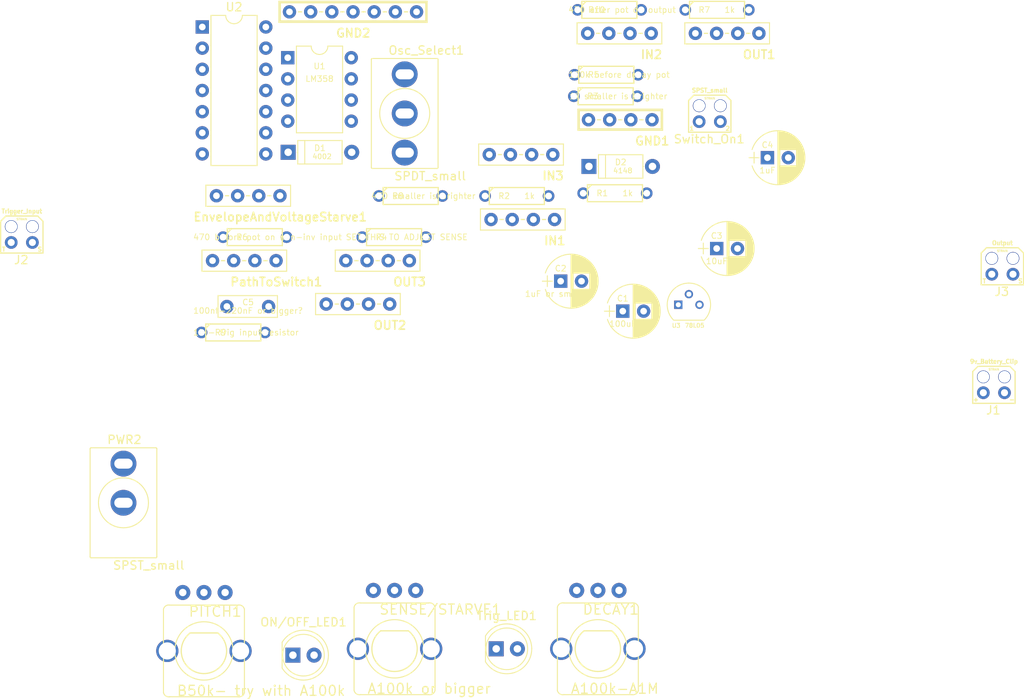
<source format=kicad_pcb>
(kicad_pcb (version 20171130) (host pcbnew "(5.0.0-rc2-dev-311-g1dd4af297)")

  (general
    (thickness 1.6)
    (drawings 0)
    (tracks 0)
    (zones 0)
    (modules 41)
    (nets 34)
  )

  (page A4)
  (layers
    (0 F.Cu signal)
    (31 B.Cu signal)
    (32 B.Adhes user)
    (33 F.Adhes user)
    (34 B.Paste user)
    (35 F.Paste user)
    (36 B.SilkS user)
    (37 F.SilkS user)
    (38 B.Mask user)
    (39 F.Mask user)
    (40 Dwgs.User user)
    (41 Cmts.User user)
    (42 Eco1.User user)
    (43 Eco2.User user)
    (44 Edge.Cuts user)
    (45 Margin user)
    (46 B.CrtYd user)
    (47 F.CrtYd user)
    (48 B.Fab user)
    (49 F.Fab user)
  )

  (setup
    (last_trace_width 0.25)
    (trace_clearance 0.2)
    (zone_clearance 0.508)
    (zone_45_only no)
    (trace_min 0.2)
    (segment_width 0.2)
    (edge_width 0.1)
    (via_size 0.8)
    (via_drill 0.4)
    (via_min_size 0.4)
    (via_min_drill 0.3)
    (uvia_size 0.3)
    (uvia_drill 0.1)
    (uvias_allowed no)
    (uvia_min_size 0.2)
    (uvia_min_drill 0.1)
    (pcb_text_width 0.3)
    (pcb_text_size 1.5 1.5)
    (mod_edge_width 0.15)
    (mod_text_size 1 1)
    (mod_text_width 0.15)
    (pad_size 1.5 1.5)
    (pad_drill 0.6)
    (pad_to_mask_clearance 0)
    (aux_axis_origin 0 0)
    (visible_elements 7FFFFFFF)
    (pcbplotparams
      (layerselection 0x010fc_ffffffff)
      (usegerberextensions false)
      (usegerberattributes false)
      (usegerberadvancedattributes false)
      (creategerberjobfile false)
      (excludeedgelayer true)
      (linewidth 0.100000)
      (plotframeref false)
      (viasonmask false)
      (mode 1)
      (useauxorigin false)
      (hpglpennumber 1)
      (hpglpenspeed 20)
      (hpglpendiameter 15)
      (psnegative false)
      (psa4output false)
      (plotreference true)
      (plotvalue true)
      (plotinvisibletext false)
      (padsonsilk false)
      (subtractmaskfromsilk false)
      (outputformat 1)
      (mirror false)
      (drillshape 1)
      (scaleselection 1)
      (outputdirectory ""))
  )

  (net 0 "")
  (net 1 "Net-(J1-Pad1)")
  (net 2 "Net-(D1-Pad2)")
  (net 3 "Net-(Osc_Select1-Pad3)")
  (net 4 "Net-(C5-Pad2)")
  (net 5 "Net-(Osc_Select1-Pad1)")
  (net 6 "Net-(R1-Pad2)")
  (net 7 +5V)
  (net 8 GND)
  (net 9 "Net-(SENSE/STARVE1-Pad2)")
  (net 10 "Net-(R1-Pad1)")
  (net 11 "Net-(PITCH1-Pad3)")
  (net 12 "Net-(PITCH1-Pad1)")
  (net 13 "Net-(DECAY1-Pad2)")
  (net 14 "Net-(Trig_LED1-Pad2)")
  (net 15 "Net-(R8-Pad2)")
  (net 16 "Net-(ON/OFF_LED1-Pad1)")
  (net 17 "Net-(J3-Pad1)")
  (net 18 "Net-(J2-Pad1)")
  (net 19 "Net-(OUT3-Pad1)")
  (net 20 "Net-(OUT2-Pad1)")
  (net 21 "Net-(OUT1-Pad1)")
  (net 22 "Net-(IN3-Pad1)")
  (net 23 "Net-(IN2-Pad1)")
  (net 24 "Net-(IN1-Pad1)")
  (net 25 "Net-(EnvelopeAndVoltageStarve1-Pad1)")
  (net 26 "Net-(C1-Pad1)")
  (net 27 "Net-(R2-Pad1)")
  (net 28 "Net-(D2-Pad2)")
  (net 29 "Net-(C2-Pad1)")
  (net 30 "Net-(C4-Pad1)")
  (net 31 "Net-(C5-Pad1)")
  (net 32 "Net-(U2-Pad13)")
  (net 33 "Net-(U2-Pad12)")

  (net_class Default "This is the default net class."
    (clearance 0.2)
    (trace_width 0.25)
    (via_dia 0.8)
    (via_drill 0.4)
    (uvia_dia 0.3)
    (uvia_drill 0.1)
    (add_net +5V)
    (add_net GND)
    (add_net "Net-(C1-Pad1)")
    (add_net "Net-(C2-Pad1)")
    (add_net "Net-(C4-Pad1)")
    (add_net "Net-(C5-Pad1)")
    (add_net "Net-(C5-Pad2)")
    (add_net "Net-(D1-Pad2)")
    (add_net "Net-(D2-Pad2)")
    (add_net "Net-(DECAY1-Pad2)")
    (add_net "Net-(EnvelopeAndVoltageStarve1-Pad1)")
    (add_net "Net-(IN1-Pad1)")
    (add_net "Net-(IN2-Pad1)")
    (add_net "Net-(IN3-Pad1)")
    (add_net "Net-(J1-Pad1)")
    (add_net "Net-(J2-Pad1)")
    (add_net "Net-(J3-Pad1)")
    (add_net "Net-(ON/OFF_LED1-Pad1)")
    (add_net "Net-(OUT1-Pad1)")
    (add_net "Net-(OUT2-Pad1)")
    (add_net "Net-(OUT3-Pad1)")
    (add_net "Net-(Osc_Select1-Pad1)")
    (add_net "Net-(Osc_Select1-Pad3)")
    (add_net "Net-(PITCH1-Pad1)")
    (add_net "Net-(PITCH1-Pad3)")
    (add_net "Net-(R1-Pad1)")
    (add_net "Net-(R1-Pad2)")
    (add_net "Net-(R2-Pad1)")
    (add_net "Net-(R8-Pad2)")
    (add_net "Net-(SENSE/STARVE1-Pad2)")
    (add_net "Net-(Trig_LED1-Pad2)")
    (add_net "Net-(U2-Pad12)")
    (add_net "Net-(U2-Pad13)")
  )

  (module zfoot:LED_D5.0mm (layer F.Cu) (tedit 5995936A) (tstamp 5ABBEFF6)
    (at 93.726 96.012)
    (descr "LED, diameter 5.0mm, 2 pins, http://cdn-reichelt.de/documents/datenblatt/A500/LL-504BC2E-009.pdf")
    (tags "LED diameter 5.0mm 2 pins")
    (path /5A333512)
    (fp_text reference ON/OFF_LED1 (at 1.27 -3.96) (layer F.SilkS)
      (effects (font (size 1 1) (thickness 0.15)))
    )
    (fp_text value LED-C1-A2 (at 1.27 3.96) (layer F.Fab)
      (effects (font (size 1 1) (thickness 0.15)))
    )
    (fp_arc (start 1.27 0) (end -1.23 -1.469694) (angle 299.1) (layer F.Fab) (width 0.1))
    (fp_arc (start 1.27 0) (end -1.29 -1.54483) (angle 148.9) (layer F.SilkS) (width 0.12))
    (fp_arc (start 1.27 0) (end -1.29 1.54483) (angle -148.9) (layer F.SilkS) (width 0.12))
    (fp_circle (center 1.27 0) (end 3.77 0) (layer F.Fab) (width 0.1))
    (fp_circle (center 1.27 0) (end 3.77 0) (layer F.SilkS) (width 0.12))
    (fp_line (start -1.23 -1.469694) (end -1.23 1.469694) (layer F.Fab) (width 0.1))
    (fp_line (start -1.29 -1.545) (end -1.29 1.545) (layer F.SilkS) (width 0.12))
    (fp_line (start -1.95 -3.25) (end -1.95 3.25) (layer F.CrtYd) (width 0.05))
    (fp_line (start -1.95 3.25) (end 4.5 3.25) (layer F.CrtYd) (width 0.05))
    (fp_line (start 4.5 3.25) (end 4.5 -3.25) (layer F.CrtYd) (width 0.05))
    (fp_line (start 4.5 -3.25) (end -1.95 -3.25) (layer F.CrtYd) (width 0.05))
    (fp_text user %R (at 1.25 0) (layer F.Fab)
      (effects (font (size 0.8 0.8) (thickness 0.2)))
    )
    (pad 1 thru_hole rect (at 0 0) (size 1.8 1.8) (drill 0.9) (layers *.Cu *.Mask)
      (net 16 "Net-(ON/OFF_LED1-Pad1)"))
    (pad 2 thru_hole circle (at 2.54 0) (size 1.8 1.8) (drill 0.9) (layers *.Cu *.Mask)
      (net 2 "Net-(D1-Pad2)"))
    (model ${KISYS3DMOD}/LEDs.3dshapes/LED_D5.0mm.wrl
      (at (xyz 0 0 0))
      (scale (xyz 0.393701 0.393701 0.393701))
      (rotate (xyz 0 0 0))
    )
  )

  (module zfoot:LED_D5.0mm (layer F.Cu) (tedit 5995936A) (tstamp 5ABBEFE5)
    (at 118.11 95.25)
    (descr "LED, diameter 5.0mm, 2 pins, http://cdn-reichelt.de/documents/datenblatt/A500/LL-504BC2E-009.pdf")
    (tags "LED diameter 5.0mm 2 pins")
    (path /5A332943)
    (fp_text reference Trig_LED1 (at 1.27 -3.96) (layer F.SilkS)
      (effects (font (size 1 1) (thickness 0.15)))
    )
    (fp_text value LED-C1-A2 (at 1.27 3.96) (layer F.Fab)
      (effects (font (size 1 1) (thickness 0.15)))
    )
    (fp_text user %R (at 1.25 0) (layer F.Fab)
      (effects (font (size 0.8 0.8) (thickness 0.2)))
    )
    (fp_line (start 4.5 -3.25) (end -1.95 -3.25) (layer F.CrtYd) (width 0.05))
    (fp_line (start 4.5 3.25) (end 4.5 -3.25) (layer F.CrtYd) (width 0.05))
    (fp_line (start -1.95 3.25) (end 4.5 3.25) (layer F.CrtYd) (width 0.05))
    (fp_line (start -1.95 -3.25) (end -1.95 3.25) (layer F.CrtYd) (width 0.05))
    (fp_line (start -1.29 -1.545) (end -1.29 1.545) (layer F.SilkS) (width 0.12))
    (fp_line (start -1.23 -1.469694) (end -1.23 1.469694) (layer F.Fab) (width 0.1))
    (fp_circle (center 1.27 0) (end 3.77 0) (layer F.SilkS) (width 0.12))
    (fp_circle (center 1.27 0) (end 3.77 0) (layer F.Fab) (width 0.1))
    (fp_arc (start 1.27 0) (end -1.29 1.54483) (angle -148.9) (layer F.SilkS) (width 0.12))
    (fp_arc (start 1.27 0) (end -1.29 -1.54483) (angle 148.9) (layer F.SilkS) (width 0.12))
    (fp_arc (start 1.27 0) (end -1.23 -1.469694) (angle 299.1) (layer F.Fab) (width 0.1))
    (pad 2 thru_hole circle (at 2.54 0) (size 1.8 1.8) (drill 0.9) (layers *.Cu *.Mask)
      (net 14 "Net-(Trig_LED1-Pad2)"))
    (pad 1 thru_hole rect (at 0 0) (size 1.8 1.8) (drill 0.9) (layers *.Cu *.Mask)
      (net 15 "Net-(R8-Pad2)"))
    (model ${KISYS3DMOD}/LEDs.3dshapes/LED_D5.0mm.wrl
      (at (xyz 0 0 0))
      (scale (xyz 0.393701 0.393701 0.393701))
      (rotate (xyz 0 0 0))
    )
  )

  (module 4ms-footprints:Cap_Ceramic_TH (layer F.Cu) (tedit 593AF7BD) (tstamp 5ABBD2AA)
    (at 85.810666 54.167001)
    (descr "C, Disc series, Radial, pin pitch=5.00mm, , diameter*width=7*2.5mm^2, Capacitor, http://cdn-reichelt.de/documents/datenblatt/B300/DS_KERKO_TC.pdf")
    (tags "C Disc series Radial pin pitch 5.00mm  diameter 7mm width 2.5mm Capacitor")
    (path /5A3339E6)
    (fp_text reference C5 (at 2.54 -0.508) (layer F.SilkS)
      (effects (font (size 0.7 0.7) (thickness 0.1)))
    )
    (fp_text value "100nf-220nF or bigger?" (at 2.54 0.508) (layer F.SilkS)
      (effects (font (size 0.7 0.7) (thickness 0.1)))
    )
    (fp_line (start -1 -1.25) (end -1 1.25) (layer F.Fab) (width 0.1))
    (fp_line (start -1 1.25) (end 6 1.25) (layer F.Fab) (width 0.1))
    (fp_line (start 6 1.25) (end 6 -1.25) (layer F.Fab) (width 0.1))
    (fp_line (start 6 -1.25) (end -1 -1.25) (layer F.Fab) (width 0.1))
    (fp_line (start -1.06 -1.31) (end 6.06 -1.31) (layer F.SilkS) (width 0.12))
    (fp_line (start -1.06 1.31) (end 6.06 1.31) (layer F.SilkS) (width 0.12))
    (fp_line (start -1.06 -1.31) (end -1.06 1.31) (layer F.SilkS) (width 0.12))
    (fp_line (start 6.06 -1.31) (end 6.06 1.31) (layer F.SilkS) (width 0.12))
    (fp_line (start -1.35 -1.6) (end -1.35 1.6) (layer F.CrtYd) (width 0.05))
    (fp_line (start -1.35 1.6) (end 6.35 1.6) (layer F.CrtYd) (width 0.05))
    (fp_line (start 6.35 1.6) (end 6.35 -1.6) (layer F.CrtYd) (width 0.05))
    (fp_line (start 6.35 -1.6) (end -1.35 -1.6) (layer F.CrtYd) (width 0.05))
    (pad 1 thru_hole circle (at 0 0) (size 1.6 1.6) (drill 0.8) (layers *.Cu *.Mask)
      (net 31 "Net-(C5-Pad1)"))
    (pad 2 thru_hole circle (at 5 0) (size 1.6 1.6) (drill 0.8) (layers *.Cu *.Mask)
      (net 4 "Net-(C5-Pad2)"))
    (model ${KISYS3DMOD}/Capacitors_THT.3dshapes/C_Disc_D7.0mm_W2.5mm_P5.00mm.wrl
      (at (xyz 0 0 0))
      (scale (xyz 0.393701 0.393701 0.393701))
      (rotate (xyz 0 0 0))
    )
  )

  (module 4ms-footprints:Cap_Electrolytic_TH (layer F.Cu) (tedit 594086EC) (tstamp 5ABBD298)
    (at 133.289001 54.727001)
    (descr "CP, Radial series, Radial, pin pitch=2.50mm, , diameter=6.3mm, Electrolytic Capacitor")
    (tags "CP Radial series Radial pin pitch 2.50mm  diameter 6.3mm Electrolytic Capacitor")
    (path /5A33391E)
    (fp_text reference C1 (at 0 -1.524) (layer F.SilkS)
      (effects (font (size 0.7 0.7) (thickness 0.1)))
    )
    (fp_text value 100uF (at 0 1.524) (layer F.SilkS)
      (effects (font (size 0.7 0.7) (thickness 0.1)))
    )
    (fp_arc (start 1.25 0) (end 4.338236 -0.98) (angle 35.2) (layer F.SilkS) (width 0.12))
    (fp_arc (start 1.25 0) (end -1.838236 0.98) (angle -144.8) (layer F.SilkS) (width 0.12))
    (fp_arc (start 1.25 0) (end -1.838236 -0.98) (angle 144.8) (layer F.SilkS) (width 0.12))
    (fp_circle (center 1.25 0) (end 4.4 0) (layer F.Fab) (width 0.1))
    (fp_line (start 4.75 -3.5) (end -2.25 -3.5) (layer F.CrtYd) (width 0.05))
    (fp_line (start 4.75 3.5) (end 4.75 -3.5) (layer F.CrtYd) (width 0.05))
    (fp_line (start -2.25 3.5) (end 4.75 3.5) (layer F.CrtYd) (width 0.05))
    (fp_line (start -2.25 -3.5) (end -2.25 3.5) (layer F.CrtYd) (width 0.05))
    (fp_line (start -1.6 -0.65) (end -1.6 0.65) (layer F.SilkS) (width 0.12))
    (fp_line (start -2.2 0) (end -1 0) (layer F.SilkS) (width 0.12))
    (fp_line (start 4.451 -0.468) (end 4.451 0.468) (layer F.SilkS) (width 0.12))
    (fp_line (start 4.411 -0.676) (end 4.411 0.676) (layer F.SilkS) (width 0.12))
    (fp_line (start 4.371 -0.834) (end 4.371 0.834) (layer F.SilkS) (width 0.12))
    (fp_line (start 4.331 -0.966) (end 4.331 0.966) (layer F.SilkS) (width 0.12))
    (fp_line (start 4.291 -1.081) (end 4.291 1.081) (layer F.SilkS) (width 0.12))
    (fp_line (start 4.251 -1.184) (end 4.251 1.184) (layer F.SilkS) (width 0.12))
    (fp_line (start 4.211 -1.278) (end 4.211 1.278) (layer F.SilkS) (width 0.12))
    (fp_line (start 4.171 -1.364) (end 4.171 1.364) (layer F.SilkS) (width 0.12))
    (fp_line (start 4.131 -1.445) (end 4.131 1.445) (layer F.SilkS) (width 0.12))
    (fp_line (start 4.091 -1.52) (end 4.091 1.52) (layer F.SilkS) (width 0.12))
    (fp_line (start 4.051 -1.591) (end 4.051 1.591) (layer F.SilkS) (width 0.12))
    (fp_line (start 4.011 -1.658) (end 4.011 1.658) (layer F.SilkS) (width 0.12))
    (fp_line (start 3.971 -1.721) (end 3.971 1.721) (layer F.SilkS) (width 0.12))
    (fp_line (start 3.931 -1.781) (end 3.931 1.781) (layer F.SilkS) (width 0.12))
    (fp_line (start 3.891 -1.839) (end 3.891 1.839) (layer F.SilkS) (width 0.12))
    (fp_line (start 3.851 -1.894) (end 3.851 1.894) (layer F.SilkS) (width 0.12))
    (fp_line (start 3.811 -1.946) (end 3.811 1.946) (layer F.SilkS) (width 0.12))
    (fp_line (start 3.771 -1.997) (end 3.771 1.997) (layer F.SilkS) (width 0.12))
    (fp_line (start 3.731 -2.045) (end 3.731 2.045) (layer F.SilkS) (width 0.12))
    (fp_line (start 3.691 -2.092) (end 3.691 2.092) (layer F.SilkS) (width 0.12))
    (fp_line (start 3.651 -2.137) (end 3.651 2.137) (layer F.SilkS) (width 0.12))
    (fp_line (start 3.611 -2.18) (end 3.611 2.18) (layer F.SilkS) (width 0.12))
    (fp_line (start 3.571 -2.222) (end 3.571 2.222) (layer F.SilkS) (width 0.12))
    (fp_line (start 3.531 -2.262) (end 3.531 2.262) (layer F.SilkS) (width 0.12))
    (fp_line (start 3.491 -2.301) (end 3.491 2.301) (layer F.SilkS) (width 0.12))
    (fp_line (start 3.451 0.98) (end 3.451 2.339) (layer F.SilkS) (width 0.12))
    (fp_line (start 3.451 -2.339) (end 3.451 -0.98) (layer F.SilkS) (width 0.12))
    (fp_line (start 3.411 0.98) (end 3.411 2.375) (layer F.SilkS) (width 0.12))
    (fp_line (start 3.411 -2.375) (end 3.411 -0.98) (layer F.SilkS) (width 0.12))
    (fp_line (start 3.371 0.98) (end 3.371 2.411) (layer F.SilkS) (width 0.12))
    (fp_line (start 3.371 -2.411) (end 3.371 -0.98) (layer F.SilkS) (width 0.12))
    (fp_line (start 3.331 0.98) (end 3.331 2.445) (layer F.SilkS) (width 0.12))
    (fp_line (start 3.331 -2.445) (end 3.331 -0.98) (layer F.SilkS) (width 0.12))
    (fp_line (start 3.291 0.98) (end 3.291 2.478) (layer F.SilkS) (width 0.12))
    (fp_line (start 3.291 -2.478) (end 3.291 -0.98) (layer F.SilkS) (width 0.12))
    (fp_line (start 3.251 0.98) (end 3.251 2.51) (layer F.SilkS) (width 0.12))
    (fp_line (start 3.251 -2.51) (end 3.251 -0.98) (layer F.SilkS) (width 0.12))
    (fp_line (start 3.211 0.98) (end 3.211 2.54) (layer F.SilkS) (width 0.12))
    (fp_line (start 3.211 -2.54) (end 3.211 -0.98) (layer F.SilkS) (width 0.12))
    (fp_line (start 3.171 0.98) (end 3.171 2.57) (layer F.SilkS) (width 0.12))
    (fp_line (start 3.171 -2.57) (end 3.171 -0.98) (layer F.SilkS) (width 0.12))
    (fp_line (start 3.131 0.98) (end 3.131 2.599) (layer F.SilkS) (width 0.12))
    (fp_line (start 3.131 -2.599) (end 3.131 -0.98) (layer F.SilkS) (width 0.12))
    (fp_line (start 3.091 0.98) (end 3.091 2.627) (layer F.SilkS) (width 0.12))
    (fp_line (start 3.091 -2.627) (end 3.091 -0.98) (layer F.SilkS) (width 0.12))
    (fp_line (start 3.051 0.98) (end 3.051 2.654) (layer F.SilkS) (width 0.12))
    (fp_line (start 3.051 -2.654) (end 3.051 -0.98) (layer F.SilkS) (width 0.12))
    (fp_line (start 3.011 0.98) (end 3.011 2.681) (layer F.SilkS) (width 0.12))
    (fp_line (start 3.011 -2.681) (end 3.011 -0.98) (layer F.SilkS) (width 0.12))
    (fp_line (start 2.971 0.98) (end 2.971 2.706) (layer F.SilkS) (width 0.12))
    (fp_line (start 2.971 -2.706) (end 2.971 -0.98) (layer F.SilkS) (width 0.12))
    (fp_line (start 2.931 0.98) (end 2.931 2.731) (layer F.SilkS) (width 0.12))
    (fp_line (start 2.931 -2.731) (end 2.931 -0.98) (layer F.SilkS) (width 0.12))
    (fp_line (start 2.891 0.98) (end 2.891 2.755) (layer F.SilkS) (width 0.12))
    (fp_line (start 2.891 -2.755) (end 2.891 -0.98) (layer F.SilkS) (width 0.12))
    (fp_line (start 2.851 0.98) (end 2.851 2.778) (layer F.SilkS) (width 0.12))
    (fp_line (start 2.851 -2.778) (end 2.851 -0.98) (layer F.SilkS) (width 0.12))
    (fp_line (start 2.811 0.98) (end 2.811 2.8) (layer F.SilkS) (width 0.12))
    (fp_line (start 2.811 -2.8) (end 2.811 -0.98) (layer F.SilkS) (width 0.12))
    (fp_line (start 2.771 0.98) (end 2.771 2.822) (layer F.SilkS) (width 0.12))
    (fp_line (start 2.771 -2.822) (end 2.771 -0.98) (layer F.SilkS) (width 0.12))
    (fp_line (start 2.731 0.98) (end 2.731 2.843) (layer F.SilkS) (width 0.12))
    (fp_line (start 2.731 -2.843) (end 2.731 -0.98) (layer F.SilkS) (width 0.12))
    (fp_line (start 2.691 0.98) (end 2.691 2.863) (layer F.SilkS) (width 0.12))
    (fp_line (start 2.691 -2.863) (end 2.691 -0.98) (layer F.SilkS) (width 0.12))
    (fp_line (start 2.651 0.98) (end 2.651 2.882) (layer F.SilkS) (width 0.12))
    (fp_line (start 2.651 -2.882) (end 2.651 -0.98) (layer F.SilkS) (width 0.12))
    (fp_line (start 2.611 0.98) (end 2.611 2.901) (layer F.SilkS) (width 0.12))
    (fp_line (start 2.611 -2.901) (end 2.611 -0.98) (layer F.SilkS) (width 0.12))
    (fp_line (start 2.571 0.98) (end 2.571 2.919) (layer F.SilkS) (width 0.12))
    (fp_line (start 2.571 -2.919) (end 2.571 -0.98) (layer F.SilkS) (width 0.12))
    (fp_line (start 2.531 0.98) (end 2.531 2.937) (layer F.SilkS) (width 0.12))
    (fp_line (start 2.531 -2.937) (end 2.531 -0.98) (layer F.SilkS) (width 0.12))
    (fp_line (start 2.491 0.98) (end 2.491 2.954) (layer F.SilkS) (width 0.12))
    (fp_line (start 2.491 -2.954) (end 2.491 -0.98) (layer F.SilkS) (width 0.12))
    (fp_line (start 2.451 0.98) (end 2.451 2.97) (layer F.SilkS) (width 0.12))
    (fp_line (start 2.451 -2.97) (end 2.451 -0.98) (layer F.SilkS) (width 0.12))
    (fp_line (start 2.411 0.98) (end 2.411 2.986) (layer F.SilkS) (width 0.12))
    (fp_line (start 2.411 -2.986) (end 2.411 -0.98) (layer F.SilkS) (width 0.12))
    (fp_line (start 2.371 0.98) (end 2.371 3.001) (layer F.SilkS) (width 0.12))
    (fp_line (start 2.371 -3.001) (end 2.371 -0.98) (layer F.SilkS) (width 0.12))
    (fp_line (start 2.331 0.98) (end 2.331 3.015) (layer F.SilkS) (width 0.12))
    (fp_line (start 2.331 -3.015) (end 2.331 -0.98) (layer F.SilkS) (width 0.12))
    (fp_line (start 2.291 0.98) (end 2.291 3.029) (layer F.SilkS) (width 0.12))
    (fp_line (start 2.291 -3.029) (end 2.291 -0.98) (layer F.SilkS) (width 0.12))
    (fp_line (start 2.251 0.98) (end 2.251 3.042) (layer F.SilkS) (width 0.12))
    (fp_line (start 2.251 -3.042) (end 2.251 -0.98) (layer F.SilkS) (width 0.12))
    (fp_line (start 2.211 0.98) (end 2.211 3.055) (layer F.SilkS) (width 0.12))
    (fp_line (start 2.211 -3.055) (end 2.211 -0.98) (layer F.SilkS) (width 0.12))
    (fp_line (start 2.171 0.98) (end 2.171 3.067) (layer F.SilkS) (width 0.12))
    (fp_line (start 2.171 -3.067) (end 2.171 -0.98) (layer F.SilkS) (width 0.12))
    (fp_line (start 2.131 0.98) (end 2.131 3.079) (layer F.SilkS) (width 0.12))
    (fp_line (start 2.131 -3.079) (end 2.131 -0.98) (layer F.SilkS) (width 0.12))
    (fp_line (start 2.091 0.98) (end 2.091 3.09) (layer F.SilkS) (width 0.12))
    (fp_line (start 2.091 -3.09) (end 2.091 -0.98) (layer F.SilkS) (width 0.12))
    (fp_line (start 2.051 0.98) (end 2.051 3.1) (layer F.SilkS) (width 0.12))
    (fp_line (start 2.051 -3.1) (end 2.051 -0.98) (layer F.SilkS) (width 0.12))
    (fp_line (start 2.011 0.98) (end 2.011 3.11) (layer F.SilkS) (width 0.12))
    (fp_line (start 2.011 -3.11) (end 2.011 -0.98) (layer F.SilkS) (width 0.12))
    (fp_line (start 1.971 0.98) (end 1.971 3.119) (layer F.SilkS) (width 0.12))
    (fp_line (start 1.971 -3.119) (end 1.971 -0.98) (layer F.SilkS) (width 0.12))
    (fp_line (start 1.93 0.98) (end 1.93 3.128) (layer F.SilkS) (width 0.12))
    (fp_line (start 1.93 -3.128) (end 1.93 -0.98) (layer F.SilkS) (width 0.12))
    (fp_line (start 1.89 0.98) (end 1.89 3.137) (layer F.SilkS) (width 0.12))
    (fp_line (start 1.89 -3.137) (end 1.89 -0.98) (layer F.SilkS) (width 0.12))
    (fp_line (start 1.85 0.98) (end 1.85 3.144) (layer F.SilkS) (width 0.12))
    (fp_line (start 1.85 -3.144) (end 1.85 -0.98) (layer F.SilkS) (width 0.12))
    (fp_line (start 1.81 0.98) (end 1.81 3.152) (layer F.SilkS) (width 0.12))
    (fp_line (start 1.81 -3.152) (end 1.81 -0.98) (layer F.SilkS) (width 0.12))
    (fp_line (start 1.77 0.98) (end 1.77 3.158) (layer F.SilkS) (width 0.12))
    (fp_line (start 1.77 -3.158) (end 1.77 -0.98) (layer F.SilkS) (width 0.12))
    (fp_line (start 1.73 0.98) (end 1.73 3.165) (layer F.SilkS) (width 0.12))
    (fp_line (start 1.73 -3.165) (end 1.73 -0.98) (layer F.SilkS) (width 0.12))
    (fp_line (start 1.69 0.98) (end 1.69 3.17) (layer F.SilkS) (width 0.12))
    (fp_line (start 1.69 -3.17) (end 1.69 -0.98) (layer F.SilkS) (width 0.12))
    (fp_line (start 1.65 0.98) (end 1.65 3.176) (layer F.SilkS) (width 0.12))
    (fp_line (start 1.65 -3.176) (end 1.65 -0.98) (layer F.SilkS) (width 0.12))
    (fp_line (start 1.61 0.98) (end 1.61 3.18) (layer F.SilkS) (width 0.12))
    (fp_line (start 1.61 -3.18) (end 1.61 -0.98) (layer F.SilkS) (width 0.12))
    (fp_line (start 1.57 0.98) (end 1.57 3.185) (layer F.SilkS) (width 0.12))
    (fp_line (start 1.57 -3.185) (end 1.57 -0.98) (layer F.SilkS) (width 0.12))
    (fp_line (start 1.53 0.98) (end 1.53 3.188) (layer F.SilkS) (width 0.12))
    (fp_line (start 1.53 -3.188) (end 1.53 -0.98) (layer F.SilkS) (width 0.12))
    (fp_line (start 1.49 -3.192) (end 1.49 3.192) (layer F.SilkS) (width 0.12))
    (fp_line (start 1.45 -3.194) (end 1.45 3.194) (layer F.SilkS) (width 0.12))
    (fp_line (start 1.41 -3.197) (end 1.41 3.197) (layer F.SilkS) (width 0.12))
    (fp_line (start 1.37 -3.198) (end 1.37 3.198) (layer F.SilkS) (width 0.12))
    (fp_line (start 1.33 -3.2) (end 1.33 3.2) (layer F.SilkS) (width 0.12))
    (fp_line (start 1.29 -3.2) (end 1.29 3.2) (layer F.SilkS) (width 0.12))
    (fp_line (start 1.25 -3.2) (end 1.25 3.2) (layer F.SilkS) (width 0.12))
    (fp_line (start -1.6 -0.65) (end -1.6 0.65) (layer F.Fab) (width 0.1))
    (fp_line (start -2.2 0) (end -1 0) (layer F.Fab) (width 0.1))
    (pad 2 thru_hole circle (at 2.5 0) (size 1.6 1.6) (drill 0.8) (layers *.Cu *.Mask)
      (net 8 GND))
    (pad 1 thru_hole rect (at 0 0) (size 1.6 1.6) (drill 0.8) (layers *.Cu *.Mask)
      (net 26 "Net-(C1-Pad1)"))
    (model ${KISYS3DMOD}/Capacitors_THT.3dshapes/CP_Radial_D6.3mm_P2.50mm.wrl
      (at (xyz 0 0 0))
      (scale (xyz 0.393701 0.393701 0.393701))
      (rotate (xyz 0 0 0))
    )
  )

  (module 4ms-footprints:Cap_Electrolytic_TH (layer F.Cu) (tedit 594086EC) (tstamp 5ABBD204)
    (at 125.840666 51.127001)
    (descr "CP, Radial series, Radial, pin pitch=2.50mm, , diameter=6.3mm, Electrolytic Capacitor")
    (tags "CP Radial series Radial pin pitch 2.50mm  diameter 6.3mm Electrolytic Capacitor")
    (path /5A33B44F)
    (fp_text reference C2 (at 0 -1.524) (layer F.SilkS)
      (effects (font (size 0.7 0.7) (thickness 0.1)))
    )
    (fp_text value "1uF or smaller?" (at 0 1.524) (layer F.SilkS)
      (effects (font (size 0.7 0.7) (thickness 0.1)))
    )
    (fp_line (start -2.2 0) (end -1 0) (layer F.Fab) (width 0.1))
    (fp_line (start -1.6 -0.65) (end -1.6 0.65) (layer F.Fab) (width 0.1))
    (fp_line (start 1.25 -3.2) (end 1.25 3.2) (layer F.SilkS) (width 0.12))
    (fp_line (start 1.29 -3.2) (end 1.29 3.2) (layer F.SilkS) (width 0.12))
    (fp_line (start 1.33 -3.2) (end 1.33 3.2) (layer F.SilkS) (width 0.12))
    (fp_line (start 1.37 -3.198) (end 1.37 3.198) (layer F.SilkS) (width 0.12))
    (fp_line (start 1.41 -3.197) (end 1.41 3.197) (layer F.SilkS) (width 0.12))
    (fp_line (start 1.45 -3.194) (end 1.45 3.194) (layer F.SilkS) (width 0.12))
    (fp_line (start 1.49 -3.192) (end 1.49 3.192) (layer F.SilkS) (width 0.12))
    (fp_line (start 1.53 -3.188) (end 1.53 -0.98) (layer F.SilkS) (width 0.12))
    (fp_line (start 1.53 0.98) (end 1.53 3.188) (layer F.SilkS) (width 0.12))
    (fp_line (start 1.57 -3.185) (end 1.57 -0.98) (layer F.SilkS) (width 0.12))
    (fp_line (start 1.57 0.98) (end 1.57 3.185) (layer F.SilkS) (width 0.12))
    (fp_line (start 1.61 -3.18) (end 1.61 -0.98) (layer F.SilkS) (width 0.12))
    (fp_line (start 1.61 0.98) (end 1.61 3.18) (layer F.SilkS) (width 0.12))
    (fp_line (start 1.65 -3.176) (end 1.65 -0.98) (layer F.SilkS) (width 0.12))
    (fp_line (start 1.65 0.98) (end 1.65 3.176) (layer F.SilkS) (width 0.12))
    (fp_line (start 1.69 -3.17) (end 1.69 -0.98) (layer F.SilkS) (width 0.12))
    (fp_line (start 1.69 0.98) (end 1.69 3.17) (layer F.SilkS) (width 0.12))
    (fp_line (start 1.73 -3.165) (end 1.73 -0.98) (layer F.SilkS) (width 0.12))
    (fp_line (start 1.73 0.98) (end 1.73 3.165) (layer F.SilkS) (width 0.12))
    (fp_line (start 1.77 -3.158) (end 1.77 -0.98) (layer F.SilkS) (width 0.12))
    (fp_line (start 1.77 0.98) (end 1.77 3.158) (layer F.SilkS) (width 0.12))
    (fp_line (start 1.81 -3.152) (end 1.81 -0.98) (layer F.SilkS) (width 0.12))
    (fp_line (start 1.81 0.98) (end 1.81 3.152) (layer F.SilkS) (width 0.12))
    (fp_line (start 1.85 -3.144) (end 1.85 -0.98) (layer F.SilkS) (width 0.12))
    (fp_line (start 1.85 0.98) (end 1.85 3.144) (layer F.SilkS) (width 0.12))
    (fp_line (start 1.89 -3.137) (end 1.89 -0.98) (layer F.SilkS) (width 0.12))
    (fp_line (start 1.89 0.98) (end 1.89 3.137) (layer F.SilkS) (width 0.12))
    (fp_line (start 1.93 -3.128) (end 1.93 -0.98) (layer F.SilkS) (width 0.12))
    (fp_line (start 1.93 0.98) (end 1.93 3.128) (layer F.SilkS) (width 0.12))
    (fp_line (start 1.971 -3.119) (end 1.971 -0.98) (layer F.SilkS) (width 0.12))
    (fp_line (start 1.971 0.98) (end 1.971 3.119) (layer F.SilkS) (width 0.12))
    (fp_line (start 2.011 -3.11) (end 2.011 -0.98) (layer F.SilkS) (width 0.12))
    (fp_line (start 2.011 0.98) (end 2.011 3.11) (layer F.SilkS) (width 0.12))
    (fp_line (start 2.051 -3.1) (end 2.051 -0.98) (layer F.SilkS) (width 0.12))
    (fp_line (start 2.051 0.98) (end 2.051 3.1) (layer F.SilkS) (width 0.12))
    (fp_line (start 2.091 -3.09) (end 2.091 -0.98) (layer F.SilkS) (width 0.12))
    (fp_line (start 2.091 0.98) (end 2.091 3.09) (layer F.SilkS) (width 0.12))
    (fp_line (start 2.131 -3.079) (end 2.131 -0.98) (layer F.SilkS) (width 0.12))
    (fp_line (start 2.131 0.98) (end 2.131 3.079) (layer F.SilkS) (width 0.12))
    (fp_line (start 2.171 -3.067) (end 2.171 -0.98) (layer F.SilkS) (width 0.12))
    (fp_line (start 2.171 0.98) (end 2.171 3.067) (layer F.SilkS) (width 0.12))
    (fp_line (start 2.211 -3.055) (end 2.211 -0.98) (layer F.SilkS) (width 0.12))
    (fp_line (start 2.211 0.98) (end 2.211 3.055) (layer F.SilkS) (width 0.12))
    (fp_line (start 2.251 -3.042) (end 2.251 -0.98) (layer F.SilkS) (width 0.12))
    (fp_line (start 2.251 0.98) (end 2.251 3.042) (layer F.SilkS) (width 0.12))
    (fp_line (start 2.291 -3.029) (end 2.291 -0.98) (layer F.SilkS) (width 0.12))
    (fp_line (start 2.291 0.98) (end 2.291 3.029) (layer F.SilkS) (width 0.12))
    (fp_line (start 2.331 -3.015) (end 2.331 -0.98) (layer F.SilkS) (width 0.12))
    (fp_line (start 2.331 0.98) (end 2.331 3.015) (layer F.SilkS) (width 0.12))
    (fp_line (start 2.371 -3.001) (end 2.371 -0.98) (layer F.SilkS) (width 0.12))
    (fp_line (start 2.371 0.98) (end 2.371 3.001) (layer F.SilkS) (width 0.12))
    (fp_line (start 2.411 -2.986) (end 2.411 -0.98) (layer F.SilkS) (width 0.12))
    (fp_line (start 2.411 0.98) (end 2.411 2.986) (layer F.SilkS) (width 0.12))
    (fp_line (start 2.451 -2.97) (end 2.451 -0.98) (layer F.SilkS) (width 0.12))
    (fp_line (start 2.451 0.98) (end 2.451 2.97) (layer F.SilkS) (width 0.12))
    (fp_line (start 2.491 -2.954) (end 2.491 -0.98) (layer F.SilkS) (width 0.12))
    (fp_line (start 2.491 0.98) (end 2.491 2.954) (layer F.SilkS) (width 0.12))
    (fp_line (start 2.531 -2.937) (end 2.531 -0.98) (layer F.SilkS) (width 0.12))
    (fp_line (start 2.531 0.98) (end 2.531 2.937) (layer F.SilkS) (width 0.12))
    (fp_line (start 2.571 -2.919) (end 2.571 -0.98) (layer F.SilkS) (width 0.12))
    (fp_line (start 2.571 0.98) (end 2.571 2.919) (layer F.SilkS) (width 0.12))
    (fp_line (start 2.611 -2.901) (end 2.611 -0.98) (layer F.SilkS) (width 0.12))
    (fp_line (start 2.611 0.98) (end 2.611 2.901) (layer F.SilkS) (width 0.12))
    (fp_line (start 2.651 -2.882) (end 2.651 -0.98) (layer F.SilkS) (width 0.12))
    (fp_line (start 2.651 0.98) (end 2.651 2.882) (layer F.SilkS) (width 0.12))
    (fp_line (start 2.691 -2.863) (end 2.691 -0.98) (layer F.SilkS) (width 0.12))
    (fp_line (start 2.691 0.98) (end 2.691 2.863) (layer F.SilkS) (width 0.12))
    (fp_line (start 2.731 -2.843) (end 2.731 -0.98) (layer F.SilkS) (width 0.12))
    (fp_line (start 2.731 0.98) (end 2.731 2.843) (layer F.SilkS) (width 0.12))
    (fp_line (start 2.771 -2.822) (end 2.771 -0.98) (layer F.SilkS) (width 0.12))
    (fp_line (start 2.771 0.98) (end 2.771 2.822) (layer F.SilkS) (width 0.12))
    (fp_line (start 2.811 -2.8) (end 2.811 -0.98) (layer F.SilkS) (width 0.12))
    (fp_line (start 2.811 0.98) (end 2.811 2.8) (layer F.SilkS) (width 0.12))
    (fp_line (start 2.851 -2.778) (end 2.851 -0.98) (layer F.SilkS) (width 0.12))
    (fp_line (start 2.851 0.98) (end 2.851 2.778) (layer F.SilkS) (width 0.12))
    (fp_line (start 2.891 -2.755) (end 2.891 -0.98) (layer F.SilkS) (width 0.12))
    (fp_line (start 2.891 0.98) (end 2.891 2.755) (layer F.SilkS) (width 0.12))
    (fp_line (start 2.931 -2.731) (end 2.931 -0.98) (layer F.SilkS) (width 0.12))
    (fp_line (start 2.931 0.98) (end 2.931 2.731) (layer F.SilkS) (width 0.12))
    (fp_line (start 2.971 -2.706) (end 2.971 -0.98) (layer F.SilkS) (width 0.12))
    (fp_line (start 2.971 0.98) (end 2.971 2.706) (layer F.SilkS) (width 0.12))
    (fp_line (start 3.011 -2.681) (end 3.011 -0.98) (layer F.SilkS) (width 0.12))
    (fp_line (start 3.011 0.98) (end 3.011 2.681) (layer F.SilkS) (width 0.12))
    (fp_line (start 3.051 -2.654) (end 3.051 -0.98) (layer F.SilkS) (width 0.12))
    (fp_line (start 3.051 0.98) (end 3.051 2.654) (layer F.SilkS) (width 0.12))
    (fp_line (start 3.091 -2.627) (end 3.091 -0.98) (layer F.SilkS) (width 0.12))
    (fp_line (start 3.091 0.98) (end 3.091 2.627) (layer F.SilkS) (width 0.12))
    (fp_line (start 3.131 -2.599) (end 3.131 -0.98) (layer F.SilkS) (width 0.12))
    (fp_line (start 3.131 0.98) (end 3.131 2.599) (layer F.SilkS) (width 0.12))
    (fp_line (start 3.171 -2.57) (end 3.171 -0.98) (layer F.SilkS) (width 0.12))
    (fp_line (start 3.171 0.98) (end 3.171 2.57) (layer F.SilkS) (width 0.12))
    (fp_line (start 3.211 -2.54) (end 3.211 -0.98) (layer F.SilkS) (width 0.12))
    (fp_line (start 3.211 0.98) (end 3.211 2.54) (layer F.SilkS) (width 0.12))
    (fp_line (start 3.251 -2.51) (end 3.251 -0.98) (layer F.SilkS) (width 0.12))
    (fp_line (start 3.251 0.98) (end 3.251 2.51) (layer F.SilkS) (width 0.12))
    (fp_line (start 3.291 -2.478) (end 3.291 -0.98) (layer F.SilkS) (width 0.12))
    (fp_line (start 3.291 0.98) (end 3.291 2.478) (layer F.SilkS) (width 0.12))
    (fp_line (start 3.331 -2.445) (end 3.331 -0.98) (layer F.SilkS) (width 0.12))
    (fp_line (start 3.331 0.98) (end 3.331 2.445) (layer F.SilkS) (width 0.12))
    (fp_line (start 3.371 -2.411) (end 3.371 -0.98) (layer F.SilkS) (width 0.12))
    (fp_line (start 3.371 0.98) (end 3.371 2.411) (layer F.SilkS) (width 0.12))
    (fp_line (start 3.411 -2.375) (end 3.411 -0.98) (layer F.SilkS) (width 0.12))
    (fp_line (start 3.411 0.98) (end 3.411 2.375) (layer F.SilkS) (width 0.12))
    (fp_line (start 3.451 -2.339) (end 3.451 -0.98) (layer F.SilkS) (width 0.12))
    (fp_line (start 3.451 0.98) (end 3.451 2.339) (layer F.SilkS) (width 0.12))
    (fp_line (start 3.491 -2.301) (end 3.491 2.301) (layer F.SilkS) (width 0.12))
    (fp_line (start 3.531 -2.262) (end 3.531 2.262) (layer F.SilkS) (width 0.12))
    (fp_line (start 3.571 -2.222) (end 3.571 2.222) (layer F.SilkS) (width 0.12))
    (fp_line (start 3.611 -2.18) (end 3.611 2.18) (layer F.SilkS) (width 0.12))
    (fp_line (start 3.651 -2.137) (end 3.651 2.137) (layer F.SilkS) (width 0.12))
    (fp_line (start 3.691 -2.092) (end 3.691 2.092) (layer F.SilkS) (width 0.12))
    (fp_line (start 3.731 -2.045) (end 3.731 2.045) (layer F.SilkS) (width 0.12))
    (fp_line (start 3.771 -1.997) (end 3.771 1.997) (layer F.SilkS) (width 0.12))
    (fp_line (start 3.811 -1.946) (end 3.811 1.946) (layer F.SilkS) (width 0.12))
    (fp_line (start 3.851 -1.894) (end 3.851 1.894) (layer F.SilkS) (width 0.12))
    (fp_line (start 3.891 -1.839) (end 3.891 1.839) (layer F.SilkS) (width 0.12))
    (fp_line (start 3.931 -1.781) (end 3.931 1.781) (layer F.SilkS) (width 0.12))
    (fp_line (start 3.971 -1.721) (end 3.971 1.721) (layer F.SilkS) (width 0.12))
    (fp_line (start 4.011 -1.658) (end 4.011 1.658) (layer F.SilkS) (width 0.12))
    (fp_line (start 4.051 -1.591) (end 4.051 1.591) (layer F.SilkS) (width 0.12))
    (fp_line (start 4.091 -1.52) (end 4.091 1.52) (layer F.SilkS) (width 0.12))
    (fp_line (start 4.131 -1.445) (end 4.131 1.445) (layer F.SilkS) (width 0.12))
    (fp_line (start 4.171 -1.364) (end 4.171 1.364) (layer F.SilkS) (width 0.12))
    (fp_line (start 4.211 -1.278) (end 4.211 1.278) (layer F.SilkS) (width 0.12))
    (fp_line (start 4.251 -1.184) (end 4.251 1.184) (layer F.SilkS) (width 0.12))
    (fp_line (start 4.291 -1.081) (end 4.291 1.081) (layer F.SilkS) (width 0.12))
    (fp_line (start 4.331 -0.966) (end 4.331 0.966) (layer F.SilkS) (width 0.12))
    (fp_line (start 4.371 -0.834) (end 4.371 0.834) (layer F.SilkS) (width 0.12))
    (fp_line (start 4.411 -0.676) (end 4.411 0.676) (layer F.SilkS) (width 0.12))
    (fp_line (start 4.451 -0.468) (end 4.451 0.468) (layer F.SilkS) (width 0.12))
    (fp_line (start -2.2 0) (end -1 0) (layer F.SilkS) (width 0.12))
    (fp_line (start -1.6 -0.65) (end -1.6 0.65) (layer F.SilkS) (width 0.12))
    (fp_line (start -2.25 -3.5) (end -2.25 3.5) (layer F.CrtYd) (width 0.05))
    (fp_line (start -2.25 3.5) (end 4.75 3.5) (layer F.CrtYd) (width 0.05))
    (fp_line (start 4.75 3.5) (end 4.75 -3.5) (layer F.CrtYd) (width 0.05))
    (fp_line (start 4.75 -3.5) (end -2.25 -3.5) (layer F.CrtYd) (width 0.05))
    (fp_circle (center 1.25 0) (end 4.4 0) (layer F.Fab) (width 0.1))
    (fp_arc (start 1.25 0) (end -1.838236 -0.98) (angle 144.8) (layer F.SilkS) (width 0.12))
    (fp_arc (start 1.25 0) (end -1.838236 0.98) (angle -144.8) (layer F.SilkS) (width 0.12))
    (fp_arc (start 1.25 0) (end 4.338236 -0.98) (angle 35.2) (layer F.SilkS) (width 0.12))
    (pad 1 thru_hole rect (at 0 0) (size 1.6 1.6) (drill 0.8) (layers *.Cu *.Mask)
      (net 29 "Net-(C2-Pad1)"))
    (pad 2 thru_hole circle (at 2.5 0) (size 1.6 1.6) (drill 0.8) (layers *.Cu *.Mask)
      (net 8 GND))
    (model ${KISYS3DMOD}/Capacitors_THT.3dshapes/CP_Radial_D6.3mm_P2.50mm.wrl
      (at (xyz 0 0 0))
      (scale (xyz 0.393701 0.393701 0.393701))
      (rotate (xyz 0 0 0))
    )
  )

  (module 4ms-footprints:Cap_Electrolytic_TH (layer F.Cu) (tedit 594086EC) (tstamp 5ABBD170)
    (at 144.549001 47.207001)
    (descr "CP, Radial series, Radial, pin pitch=2.50mm, , diameter=6.3mm, Electrolytic Capacitor")
    (tags "CP Radial series Radial pin pitch 2.50mm  diameter 6.3mm Electrolytic Capacitor")
    (path /5A333BE8)
    (fp_text reference C3 (at 0 -1.524) (layer F.SilkS)
      (effects (font (size 0.7 0.7) (thickness 0.1)))
    )
    (fp_text value 10uF (at 0 1.524) (layer F.SilkS)
      (effects (font (size 0.7 0.7) (thickness 0.1)))
    )
    (fp_arc (start 1.25 0) (end 4.338236 -0.98) (angle 35.2) (layer F.SilkS) (width 0.12))
    (fp_arc (start 1.25 0) (end -1.838236 0.98) (angle -144.8) (layer F.SilkS) (width 0.12))
    (fp_arc (start 1.25 0) (end -1.838236 -0.98) (angle 144.8) (layer F.SilkS) (width 0.12))
    (fp_circle (center 1.25 0) (end 4.4 0) (layer F.Fab) (width 0.1))
    (fp_line (start 4.75 -3.5) (end -2.25 -3.5) (layer F.CrtYd) (width 0.05))
    (fp_line (start 4.75 3.5) (end 4.75 -3.5) (layer F.CrtYd) (width 0.05))
    (fp_line (start -2.25 3.5) (end 4.75 3.5) (layer F.CrtYd) (width 0.05))
    (fp_line (start -2.25 -3.5) (end -2.25 3.5) (layer F.CrtYd) (width 0.05))
    (fp_line (start -1.6 -0.65) (end -1.6 0.65) (layer F.SilkS) (width 0.12))
    (fp_line (start -2.2 0) (end -1 0) (layer F.SilkS) (width 0.12))
    (fp_line (start 4.451 -0.468) (end 4.451 0.468) (layer F.SilkS) (width 0.12))
    (fp_line (start 4.411 -0.676) (end 4.411 0.676) (layer F.SilkS) (width 0.12))
    (fp_line (start 4.371 -0.834) (end 4.371 0.834) (layer F.SilkS) (width 0.12))
    (fp_line (start 4.331 -0.966) (end 4.331 0.966) (layer F.SilkS) (width 0.12))
    (fp_line (start 4.291 -1.081) (end 4.291 1.081) (layer F.SilkS) (width 0.12))
    (fp_line (start 4.251 -1.184) (end 4.251 1.184) (layer F.SilkS) (width 0.12))
    (fp_line (start 4.211 -1.278) (end 4.211 1.278) (layer F.SilkS) (width 0.12))
    (fp_line (start 4.171 -1.364) (end 4.171 1.364) (layer F.SilkS) (width 0.12))
    (fp_line (start 4.131 -1.445) (end 4.131 1.445) (layer F.SilkS) (width 0.12))
    (fp_line (start 4.091 -1.52) (end 4.091 1.52) (layer F.SilkS) (width 0.12))
    (fp_line (start 4.051 -1.591) (end 4.051 1.591) (layer F.SilkS) (width 0.12))
    (fp_line (start 4.011 -1.658) (end 4.011 1.658) (layer F.SilkS) (width 0.12))
    (fp_line (start 3.971 -1.721) (end 3.971 1.721) (layer F.SilkS) (width 0.12))
    (fp_line (start 3.931 -1.781) (end 3.931 1.781) (layer F.SilkS) (width 0.12))
    (fp_line (start 3.891 -1.839) (end 3.891 1.839) (layer F.SilkS) (width 0.12))
    (fp_line (start 3.851 -1.894) (end 3.851 1.894) (layer F.SilkS) (width 0.12))
    (fp_line (start 3.811 -1.946) (end 3.811 1.946) (layer F.SilkS) (width 0.12))
    (fp_line (start 3.771 -1.997) (end 3.771 1.997) (layer F.SilkS) (width 0.12))
    (fp_line (start 3.731 -2.045) (end 3.731 2.045) (layer F.SilkS) (width 0.12))
    (fp_line (start 3.691 -2.092) (end 3.691 2.092) (layer F.SilkS) (width 0.12))
    (fp_line (start 3.651 -2.137) (end 3.651 2.137) (layer F.SilkS) (width 0.12))
    (fp_line (start 3.611 -2.18) (end 3.611 2.18) (layer F.SilkS) (width 0.12))
    (fp_line (start 3.571 -2.222) (end 3.571 2.222) (layer F.SilkS) (width 0.12))
    (fp_line (start 3.531 -2.262) (end 3.531 2.262) (layer F.SilkS) (width 0.12))
    (fp_line (start 3.491 -2.301) (end 3.491 2.301) (layer F.SilkS) (width 0.12))
    (fp_line (start 3.451 0.98) (end 3.451 2.339) (layer F.SilkS) (width 0.12))
    (fp_line (start 3.451 -2.339) (end 3.451 -0.98) (layer F.SilkS) (width 0.12))
    (fp_line (start 3.411 0.98) (end 3.411 2.375) (layer F.SilkS) (width 0.12))
    (fp_line (start 3.411 -2.375) (end 3.411 -0.98) (layer F.SilkS) (width 0.12))
    (fp_line (start 3.371 0.98) (end 3.371 2.411) (layer F.SilkS) (width 0.12))
    (fp_line (start 3.371 -2.411) (end 3.371 -0.98) (layer F.SilkS) (width 0.12))
    (fp_line (start 3.331 0.98) (end 3.331 2.445) (layer F.SilkS) (width 0.12))
    (fp_line (start 3.331 -2.445) (end 3.331 -0.98) (layer F.SilkS) (width 0.12))
    (fp_line (start 3.291 0.98) (end 3.291 2.478) (layer F.SilkS) (width 0.12))
    (fp_line (start 3.291 -2.478) (end 3.291 -0.98) (layer F.SilkS) (width 0.12))
    (fp_line (start 3.251 0.98) (end 3.251 2.51) (layer F.SilkS) (width 0.12))
    (fp_line (start 3.251 -2.51) (end 3.251 -0.98) (layer F.SilkS) (width 0.12))
    (fp_line (start 3.211 0.98) (end 3.211 2.54) (layer F.SilkS) (width 0.12))
    (fp_line (start 3.211 -2.54) (end 3.211 -0.98) (layer F.SilkS) (width 0.12))
    (fp_line (start 3.171 0.98) (end 3.171 2.57) (layer F.SilkS) (width 0.12))
    (fp_line (start 3.171 -2.57) (end 3.171 -0.98) (layer F.SilkS) (width 0.12))
    (fp_line (start 3.131 0.98) (end 3.131 2.599) (layer F.SilkS) (width 0.12))
    (fp_line (start 3.131 -2.599) (end 3.131 -0.98) (layer F.SilkS) (width 0.12))
    (fp_line (start 3.091 0.98) (end 3.091 2.627) (layer F.SilkS) (width 0.12))
    (fp_line (start 3.091 -2.627) (end 3.091 -0.98) (layer F.SilkS) (width 0.12))
    (fp_line (start 3.051 0.98) (end 3.051 2.654) (layer F.SilkS) (width 0.12))
    (fp_line (start 3.051 -2.654) (end 3.051 -0.98) (layer F.SilkS) (width 0.12))
    (fp_line (start 3.011 0.98) (end 3.011 2.681) (layer F.SilkS) (width 0.12))
    (fp_line (start 3.011 -2.681) (end 3.011 -0.98) (layer F.SilkS) (width 0.12))
    (fp_line (start 2.971 0.98) (end 2.971 2.706) (layer F.SilkS) (width 0.12))
    (fp_line (start 2.971 -2.706) (end 2.971 -0.98) (layer F.SilkS) (width 0.12))
    (fp_line (start 2.931 0.98) (end 2.931 2.731) (layer F.SilkS) (width 0.12))
    (fp_line (start 2.931 -2.731) (end 2.931 -0.98) (layer F.SilkS) (width 0.12))
    (fp_line (start 2.891 0.98) (end 2.891 2.755) (layer F.SilkS) (width 0.12))
    (fp_line (start 2.891 -2.755) (end 2.891 -0.98) (layer F.SilkS) (width 0.12))
    (fp_line (start 2.851 0.98) (end 2.851 2.778) (layer F.SilkS) (width 0.12))
    (fp_line (start 2.851 -2.778) (end 2.851 -0.98) (layer F.SilkS) (width 0.12))
    (fp_line (start 2.811 0.98) (end 2.811 2.8) (layer F.SilkS) (width 0.12))
    (fp_line (start 2.811 -2.8) (end 2.811 -0.98) (layer F.SilkS) (width 0.12))
    (fp_line (start 2.771 0.98) (end 2.771 2.822) (layer F.SilkS) (width 0.12))
    (fp_line (start 2.771 -2.822) (end 2.771 -0.98) (layer F.SilkS) (width 0.12))
    (fp_line (start 2.731 0.98) (end 2.731 2.843) (layer F.SilkS) (width 0.12))
    (fp_line (start 2.731 -2.843) (end 2.731 -0.98) (layer F.SilkS) (width 0.12))
    (fp_line (start 2.691 0.98) (end 2.691 2.863) (layer F.SilkS) (width 0.12))
    (fp_line (start 2.691 -2.863) (end 2.691 -0.98) (layer F.SilkS) (width 0.12))
    (fp_line (start 2.651 0.98) (end 2.651 2.882) (layer F.SilkS) (width 0.12))
    (fp_line (start 2.651 -2.882) (end 2.651 -0.98) (layer F.SilkS) (width 0.12))
    (fp_line (start 2.611 0.98) (end 2.611 2.901) (layer F.SilkS) (width 0.12))
    (fp_line (start 2.611 -2.901) (end 2.611 -0.98) (layer F.SilkS) (width 0.12))
    (fp_line (start 2.571 0.98) (end 2.571 2.919) (layer F.SilkS) (width 0.12))
    (fp_line (start 2.571 -2.919) (end 2.571 -0.98) (layer F.SilkS) (width 0.12))
    (fp_line (start 2.531 0.98) (end 2.531 2.937) (layer F.SilkS) (width 0.12))
    (fp_line (start 2.531 -2.937) (end 2.531 -0.98) (layer F.SilkS) (width 0.12))
    (fp_line (start 2.491 0.98) (end 2.491 2.954) (layer F.SilkS) (width 0.12))
    (fp_line (start 2.491 -2.954) (end 2.491 -0.98) (layer F.SilkS) (width 0.12))
    (fp_line (start 2.451 0.98) (end 2.451 2.97) (layer F.SilkS) (width 0.12))
    (fp_line (start 2.451 -2.97) (end 2.451 -0.98) (layer F.SilkS) (width 0.12))
    (fp_line (start 2.411 0.98) (end 2.411 2.986) (layer F.SilkS) (width 0.12))
    (fp_line (start 2.411 -2.986) (end 2.411 -0.98) (layer F.SilkS) (width 0.12))
    (fp_line (start 2.371 0.98) (end 2.371 3.001) (layer F.SilkS) (width 0.12))
    (fp_line (start 2.371 -3.001) (end 2.371 -0.98) (layer F.SilkS) (width 0.12))
    (fp_line (start 2.331 0.98) (end 2.331 3.015) (layer F.SilkS) (width 0.12))
    (fp_line (start 2.331 -3.015) (end 2.331 -0.98) (layer F.SilkS) (width 0.12))
    (fp_line (start 2.291 0.98) (end 2.291 3.029) (layer F.SilkS) (width 0.12))
    (fp_line (start 2.291 -3.029) (end 2.291 -0.98) (layer F.SilkS) (width 0.12))
    (fp_line (start 2.251 0.98) (end 2.251 3.042) (layer F.SilkS) (width 0.12))
    (fp_line (start 2.251 -3.042) (end 2.251 -0.98) (layer F.SilkS) (width 0.12))
    (fp_line (start 2.211 0.98) (end 2.211 3.055) (layer F.SilkS) (width 0.12))
    (fp_line (start 2.211 -3.055) (end 2.211 -0.98) (layer F.SilkS) (width 0.12))
    (fp_line (start 2.171 0.98) (end 2.171 3.067) (layer F.SilkS) (width 0.12))
    (fp_line (start 2.171 -3.067) (end 2.171 -0.98) (layer F.SilkS) (width 0.12))
    (fp_line (start 2.131 0.98) (end 2.131 3.079) (layer F.SilkS) (width 0.12))
    (fp_line (start 2.131 -3.079) (end 2.131 -0.98) (layer F.SilkS) (width 0.12))
    (fp_line (start 2.091 0.98) (end 2.091 3.09) (layer F.SilkS) (width 0.12))
    (fp_line (start 2.091 -3.09) (end 2.091 -0.98) (layer F.SilkS) (width 0.12))
    (fp_line (start 2.051 0.98) (end 2.051 3.1) (layer F.SilkS) (width 0.12))
    (fp_line (start 2.051 -3.1) (end 2.051 -0.98) (layer F.SilkS) (width 0.12))
    (fp_line (start 2.011 0.98) (end 2.011 3.11) (layer F.SilkS) (width 0.12))
    (fp_line (start 2.011 -3.11) (end 2.011 -0.98) (layer F.SilkS) (width 0.12))
    (fp_line (start 1.971 0.98) (end 1.971 3.119) (layer F.SilkS) (width 0.12))
    (fp_line (start 1.971 -3.119) (end 1.971 -0.98) (layer F.SilkS) (width 0.12))
    (fp_line (start 1.93 0.98) (end 1.93 3.128) (layer F.SilkS) (width 0.12))
    (fp_line (start 1.93 -3.128) (end 1.93 -0.98) (layer F.SilkS) (width 0.12))
    (fp_line (start 1.89 0.98) (end 1.89 3.137) (layer F.SilkS) (width 0.12))
    (fp_line (start 1.89 -3.137) (end 1.89 -0.98) (layer F.SilkS) (width 0.12))
    (fp_line (start 1.85 0.98) (end 1.85 3.144) (layer F.SilkS) (width 0.12))
    (fp_line (start 1.85 -3.144) (end 1.85 -0.98) (layer F.SilkS) (width 0.12))
    (fp_line (start 1.81 0.98) (end 1.81 3.152) (layer F.SilkS) (width 0.12))
    (fp_line (start 1.81 -3.152) (end 1.81 -0.98) (layer F.SilkS) (width 0.12))
    (fp_line (start 1.77 0.98) (end 1.77 3.158) (layer F.SilkS) (width 0.12))
    (fp_line (start 1.77 -3.158) (end 1.77 -0.98) (layer F.SilkS) (width 0.12))
    (fp_line (start 1.73 0.98) (end 1.73 3.165) (layer F.SilkS) (width 0.12))
    (fp_line (start 1.73 -3.165) (end 1.73 -0.98) (layer F.SilkS) (width 0.12))
    (fp_line (start 1.69 0.98) (end 1.69 3.17) (layer F.SilkS) (width 0.12))
    (fp_line (start 1.69 -3.17) (end 1.69 -0.98) (layer F.SilkS) (width 0.12))
    (fp_line (start 1.65 0.98) (end 1.65 3.176) (layer F.SilkS) (width 0.12))
    (fp_line (start 1.65 -3.176) (end 1.65 -0.98) (layer F.SilkS) (width 0.12))
    (fp_line (start 1.61 0.98) (end 1.61 3.18) (layer F.SilkS) (width 0.12))
    (fp_line (start 1.61 -3.18) (end 1.61 -0.98) (layer F.SilkS) (width 0.12))
    (fp_line (start 1.57 0.98) (end 1.57 3.185) (layer F.SilkS) (width 0.12))
    (fp_line (start 1.57 -3.185) (end 1.57 -0.98) (layer F.SilkS) (width 0.12))
    (fp_line (start 1.53 0.98) (end 1.53 3.188) (layer F.SilkS) (width 0.12))
    (fp_line (start 1.53 -3.188) (end 1.53 -0.98) (layer F.SilkS) (width 0.12))
    (fp_line (start 1.49 -3.192) (end 1.49 3.192) (layer F.SilkS) (width 0.12))
    (fp_line (start 1.45 -3.194) (end 1.45 3.194) (layer F.SilkS) (width 0.12))
    (fp_line (start 1.41 -3.197) (end 1.41 3.197) (layer F.SilkS) (width 0.12))
    (fp_line (start 1.37 -3.198) (end 1.37 3.198) (layer F.SilkS) (width 0.12))
    (fp_line (start 1.33 -3.2) (end 1.33 3.2) (layer F.SilkS) (width 0.12))
    (fp_line (start 1.29 -3.2) (end 1.29 3.2) (layer F.SilkS) (width 0.12))
    (fp_line (start 1.25 -3.2) (end 1.25 3.2) (layer F.SilkS) (width 0.12))
    (fp_line (start -1.6 -0.65) (end -1.6 0.65) (layer F.Fab) (width 0.1))
    (fp_line (start -2.2 0) (end -1 0) (layer F.Fab) (width 0.1))
    (pad 2 thru_hole circle (at 2.5 0) (size 1.6 1.6) (drill 0.8) (layers *.Cu *.Mask)
      (net 8 GND))
    (pad 1 thru_hole rect (at 0 0) (size 1.6 1.6) (drill 0.8) (layers *.Cu *.Mask)
      (net 7 +5V))
    (model ${KISYS3DMOD}/Capacitors_THT.3dshapes/CP_Radial_D6.3mm_P2.50mm.wrl
      (at (xyz 0 0 0))
      (scale (xyz 0.393701 0.393701 0.393701))
      (rotate (xyz 0 0 0))
    )
  )

  (module 4ms-footprints:Cap_Electrolytic_TH (layer F.Cu) (tedit 594086EC) (tstamp 5ABBD0DC)
    (at 150.639001 36.307001)
    (descr "CP, Radial series, Radial, pin pitch=2.50mm, , diameter=6.3mm, Electrolytic Capacitor")
    (tags "CP Radial series Radial pin pitch 2.50mm  diameter 6.3mm Electrolytic Capacitor")
    (path /5A33E3DF)
    (fp_text reference C4 (at 0 -1.524) (layer F.SilkS)
      (effects (font (size 0.7 0.7) (thickness 0.1)))
    )
    (fp_text value 1uF (at 0 1.524) (layer F.SilkS)
      (effects (font (size 0.7 0.7) (thickness 0.1)))
    )
    (fp_line (start -2.2 0) (end -1 0) (layer F.Fab) (width 0.1))
    (fp_line (start -1.6 -0.65) (end -1.6 0.65) (layer F.Fab) (width 0.1))
    (fp_line (start 1.25 -3.2) (end 1.25 3.2) (layer F.SilkS) (width 0.12))
    (fp_line (start 1.29 -3.2) (end 1.29 3.2) (layer F.SilkS) (width 0.12))
    (fp_line (start 1.33 -3.2) (end 1.33 3.2) (layer F.SilkS) (width 0.12))
    (fp_line (start 1.37 -3.198) (end 1.37 3.198) (layer F.SilkS) (width 0.12))
    (fp_line (start 1.41 -3.197) (end 1.41 3.197) (layer F.SilkS) (width 0.12))
    (fp_line (start 1.45 -3.194) (end 1.45 3.194) (layer F.SilkS) (width 0.12))
    (fp_line (start 1.49 -3.192) (end 1.49 3.192) (layer F.SilkS) (width 0.12))
    (fp_line (start 1.53 -3.188) (end 1.53 -0.98) (layer F.SilkS) (width 0.12))
    (fp_line (start 1.53 0.98) (end 1.53 3.188) (layer F.SilkS) (width 0.12))
    (fp_line (start 1.57 -3.185) (end 1.57 -0.98) (layer F.SilkS) (width 0.12))
    (fp_line (start 1.57 0.98) (end 1.57 3.185) (layer F.SilkS) (width 0.12))
    (fp_line (start 1.61 -3.18) (end 1.61 -0.98) (layer F.SilkS) (width 0.12))
    (fp_line (start 1.61 0.98) (end 1.61 3.18) (layer F.SilkS) (width 0.12))
    (fp_line (start 1.65 -3.176) (end 1.65 -0.98) (layer F.SilkS) (width 0.12))
    (fp_line (start 1.65 0.98) (end 1.65 3.176) (layer F.SilkS) (width 0.12))
    (fp_line (start 1.69 -3.17) (end 1.69 -0.98) (layer F.SilkS) (width 0.12))
    (fp_line (start 1.69 0.98) (end 1.69 3.17) (layer F.SilkS) (width 0.12))
    (fp_line (start 1.73 -3.165) (end 1.73 -0.98) (layer F.SilkS) (width 0.12))
    (fp_line (start 1.73 0.98) (end 1.73 3.165) (layer F.SilkS) (width 0.12))
    (fp_line (start 1.77 -3.158) (end 1.77 -0.98) (layer F.SilkS) (width 0.12))
    (fp_line (start 1.77 0.98) (end 1.77 3.158) (layer F.SilkS) (width 0.12))
    (fp_line (start 1.81 -3.152) (end 1.81 -0.98) (layer F.SilkS) (width 0.12))
    (fp_line (start 1.81 0.98) (end 1.81 3.152) (layer F.SilkS) (width 0.12))
    (fp_line (start 1.85 -3.144) (end 1.85 -0.98) (layer F.SilkS) (width 0.12))
    (fp_line (start 1.85 0.98) (end 1.85 3.144) (layer F.SilkS) (width 0.12))
    (fp_line (start 1.89 -3.137) (end 1.89 -0.98) (layer F.SilkS) (width 0.12))
    (fp_line (start 1.89 0.98) (end 1.89 3.137) (layer F.SilkS) (width 0.12))
    (fp_line (start 1.93 -3.128) (end 1.93 -0.98) (layer F.SilkS) (width 0.12))
    (fp_line (start 1.93 0.98) (end 1.93 3.128) (layer F.SilkS) (width 0.12))
    (fp_line (start 1.971 -3.119) (end 1.971 -0.98) (layer F.SilkS) (width 0.12))
    (fp_line (start 1.971 0.98) (end 1.971 3.119) (layer F.SilkS) (width 0.12))
    (fp_line (start 2.011 -3.11) (end 2.011 -0.98) (layer F.SilkS) (width 0.12))
    (fp_line (start 2.011 0.98) (end 2.011 3.11) (layer F.SilkS) (width 0.12))
    (fp_line (start 2.051 -3.1) (end 2.051 -0.98) (layer F.SilkS) (width 0.12))
    (fp_line (start 2.051 0.98) (end 2.051 3.1) (layer F.SilkS) (width 0.12))
    (fp_line (start 2.091 -3.09) (end 2.091 -0.98) (layer F.SilkS) (width 0.12))
    (fp_line (start 2.091 0.98) (end 2.091 3.09) (layer F.SilkS) (width 0.12))
    (fp_line (start 2.131 -3.079) (end 2.131 -0.98) (layer F.SilkS) (width 0.12))
    (fp_line (start 2.131 0.98) (end 2.131 3.079) (layer F.SilkS) (width 0.12))
    (fp_line (start 2.171 -3.067) (end 2.171 -0.98) (layer F.SilkS) (width 0.12))
    (fp_line (start 2.171 0.98) (end 2.171 3.067) (layer F.SilkS) (width 0.12))
    (fp_line (start 2.211 -3.055) (end 2.211 -0.98) (layer F.SilkS) (width 0.12))
    (fp_line (start 2.211 0.98) (end 2.211 3.055) (layer F.SilkS) (width 0.12))
    (fp_line (start 2.251 -3.042) (end 2.251 -0.98) (layer F.SilkS) (width 0.12))
    (fp_line (start 2.251 0.98) (end 2.251 3.042) (layer F.SilkS) (width 0.12))
    (fp_line (start 2.291 -3.029) (end 2.291 -0.98) (layer F.SilkS) (width 0.12))
    (fp_line (start 2.291 0.98) (end 2.291 3.029) (layer F.SilkS) (width 0.12))
    (fp_line (start 2.331 -3.015) (end 2.331 -0.98) (layer F.SilkS) (width 0.12))
    (fp_line (start 2.331 0.98) (end 2.331 3.015) (layer F.SilkS) (width 0.12))
    (fp_line (start 2.371 -3.001) (end 2.371 -0.98) (layer F.SilkS) (width 0.12))
    (fp_line (start 2.371 0.98) (end 2.371 3.001) (layer F.SilkS) (width 0.12))
    (fp_line (start 2.411 -2.986) (end 2.411 -0.98) (layer F.SilkS) (width 0.12))
    (fp_line (start 2.411 0.98) (end 2.411 2.986) (layer F.SilkS) (width 0.12))
    (fp_line (start 2.451 -2.97) (end 2.451 -0.98) (layer F.SilkS) (width 0.12))
    (fp_line (start 2.451 0.98) (end 2.451 2.97) (layer F.SilkS) (width 0.12))
    (fp_line (start 2.491 -2.954) (end 2.491 -0.98) (layer F.SilkS) (width 0.12))
    (fp_line (start 2.491 0.98) (end 2.491 2.954) (layer F.SilkS) (width 0.12))
    (fp_line (start 2.531 -2.937) (end 2.531 -0.98) (layer F.SilkS) (width 0.12))
    (fp_line (start 2.531 0.98) (end 2.531 2.937) (layer F.SilkS) (width 0.12))
    (fp_line (start 2.571 -2.919) (end 2.571 -0.98) (layer F.SilkS) (width 0.12))
    (fp_line (start 2.571 0.98) (end 2.571 2.919) (layer F.SilkS) (width 0.12))
    (fp_line (start 2.611 -2.901) (end 2.611 -0.98) (layer F.SilkS) (width 0.12))
    (fp_line (start 2.611 0.98) (end 2.611 2.901) (layer F.SilkS) (width 0.12))
    (fp_line (start 2.651 -2.882) (end 2.651 -0.98) (layer F.SilkS) (width 0.12))
    (fp_line (start 2.651 0.98) (end 2.651 2.882) (layer F.SilkS) (width 0.12))
    (fp_line (start 2.691 -2.863) (end 2.691 -0.98) (layer F.SilkS) (width 0.12))
    (fp_line (start 2.691 0.98) (end 2.691 2.863) (layer F.SilkS) (width 0.12))
    (fp_line (start 2.731 -2.843) (end 2.731 -0.98) (layer F.SilkS) (width 0.12))
    (fp_line (start 2.731 0.98) (end 2.731 2.843) (layer F.SilkS) (width 0.12))
    (fp_line (start 2.771 -2.822) (end 2.771 -0.98) (layer F.SilkS) (width 0.12))
    (fp_line (start 2.771 0.98) (end 2.771 2.822) (layer F.SilkS) (width 0.12))
    (fp_line (start 2.811 -2.8) (end 2.811 -0.98) (layer F.SilkS) (width 0.12))
    (fp_line (start 2.811 0.98) (end 2.811 2.8) (layer F.SilkS) (width 0.12))
    (fp_line (start 2.851 -2.778) (end 2.851 -0.98) (layer F.SilkS) (width 0.12))
    (fp_line (start 2.851 0.98) (end 2.851 2.778) (layer F.SilkS) (width 0.12))
    (fp_line (start 2.891 -2.755) (end 2.891 -0.98) (layer F.SilkS) (width 0.12))
    (fp_line (start 2.891 0.98) (end 2.891 2.755) (layer F.SilkS) (width 0.12))
    (fp_line (start 2.931 -2.731) (end 2.931 -0.98) (layer F.SilkS) (width 0.12))
    (fp_line (start 2.931 0.98) (end 2.931 2.731) (layer F.SilkS) (width 0.12))
    (fp_line (start 2.971 -2.706) (end 2.971 -0.98) (layer F.SilkS) (width 0.12))
    (fp_line (start 2.971 0.98) (end 2.971 2.706) (layer F.SilkS) (width 0.12))
    (fp_line (start 3.011 -2.681) (end 3.011 -0.98) (layer F.SilkS) (width 0.12))
    (fp_line (start 3.011 0.98) (end 3.011 2.681) (layer F.SilkS) (width 0.12))
    (fp_line (start 3.051 -2.654) (end 3.051 -0.98) (layer F.SilkS) (width 0.12))
    (fp_line (start 3.051 0.98) (end 3.051 2.654) (layer F.SilkS) (width 0.12))
    (fp_line (start 3.091 -2.627) (end 3.091 -0.98) (layer F.SilkS) (width 0.12))
    (fp_line (start 3.091 0.98) (end 3.091 2.627) (layer F.SilkS) (width 0.12))
    (fp_line (start 3.131 -2.599) (end 3.131 -0.98) (layer F.SilkS) (width 0.12))
    (fp_line (start 3.131 0.98) (end 3.131 2.599) (layer F.SilkS) (width 0.12))
    (fp_line (start 3.171 -2.57) (end 3.171 -0.98) (layer F.SilkS) (width 0.12))
    (fp_line (start 3.171 0.98) (end 3.171 2.57) (layer F.SilkS) (width 0.12))
    (fp_line (start 3.211 -2.54) (end 3.211 -0.98) (layer F.SilkS) (width 0.12))
    (fp_line (start 3.211 0.98) (end 3.211 2.54) (layer F.SilkS) (width 0.12))
    (fp_line (start 3.251 -2.51) (end 3.251 -0.98) (layer F.SilkS) (width 0.12))
    (fp_line (start 3.251 0.98) (end 3.251 2.51) (layer F.SilkS) (width 0.12))
    (fp_line (start 3.291 -2.478) (end 3.291 -0.98) (layer F.SilkS) (width 0.12))
    (fp_line (start 3.291 0.98) (end 3.291 2.478) (layer F.SilkS) (width 0.12))
    (fp_line (start 3.331 -2.445) (end 3.331 -0.98) (layer F.SilkS) (width 0.12))
    (fp_line (start 3.331 0.98) (end 3.331 2.445) (layer F.SilkS) (width 0.12))
    (fp_line (start 3.371 -2.411) (end 3.371 -0.98) (layer F.SilkS) (width 0.12))
    (fp_line (start 3.371 0.98) (end 3.371 2.411) (layer F.SilkS) (width 0.12))
    (fp_line (start 3.411 -2.375) (end 3.411 -0.98) (layer F.SilkS) (width 0.12))
    (fp_line (start 3.411 0.98) (end 3.411 2.375) (layer F.SilkS) (width 0.12))
    (fp_line (start 3.451 -2.339) (end 3.451 -0.98) (layer F.SilkS) (width 0.12))
    (fp_line (start 3.451 0.98) (end 3.451 2.339) (layer F.SilkS) (width 0.12))
    (fp_line (start 3.491 -2.301) (end 3.491 2.301) (layer F.SilkS) (width 0.12))
    (fp_line (start 3.531 -2.262) (end 3.531 2.262) (layer F.SilkS) (width 0.12))
    (fp_line (start 3.571 -2.222) (end 3.571 2.222) (layer F.SilkS) (width 0.12))
    (fp_line (start 3.611 -2.18) (end 3.611 2.18) (layer F.SilkS) (width 0.12))
    (fp_line (start 3.651 -2.137) (end 3.651 2.137) (layer F.SilkS) (width 0.12))
    (fp_line (start 3.691 -2.092) (end 3.691 2.092) (layer F.SilkS) (width 0.12))
    (fp_line (start 3.731 -2.045) (end 3.731 2.045) (layer F.SilkS) (width 0.12))
    (fp_line (start 3.771 -1.997) (end 3.771 1.997) (layer F.SilkS) (width 0.12))
    (fp_line (start 3.811 -1.946) (end 3.811 1.946) (layer F.SilkS) (width 0.12))
    (fp_line (start 3.851 -1.894) (end 3.851 1.894) (layer F.SilkS) (width 0.12))
    (fp_line (start 3.891 -1.839) (end 3.891 1.839) (layer F.SilkS) (width 0.12))
    (fp_line (start 3.931 -1.781) (end 3.931 1.781) (layer F.SilkS) (width 0.12))
    (fp_line (start 3.971 -1.721) (end 3.971 1.721) (layer F.SilkS) (width 0.12))
    (fp_line (start 4.011 -1.658) (end 4.011 1.658) (layer F.SilkS) (width 0.12))
    (fp_line (start 4.051 -1.591) (end 4.051 1.591) (layer F.SilkS) (width 0.12))
    (fp_line (start 4.091 -1.52) (end 4.091 1.52) (layer F.SilkS) (width 0.12))
    (fp_line (start 4.131 -1.445) (end 4.131 1.445) (layer F.SilkS) (width 0.12))
    (fp_line (start 4.171 -1.364) (end 4.171 1.364) (layer F.SilkS) (width 0.12))
    (fp_line (start 4.211 -1.278) (end 4.211 1.278) (layer F.SilkS) (width 0.12))
    (fp_line (start 4.251 -1.184) (end 4.251 1.184) (layer F.SilkS) (width 0.12))
    (fp_line (start 4.291 -1.081) (end 4.291 1.081) (layer F.SilkS) (width 0.12))
    (fp_line (start 4.331 -0.966) (end 4.331 0.966) (layer F.SilkS) (width 0.12))
    (fp_line (start 4.371 -0.834) (end 4.371 0.834) (layer F.SilkS) (width 0.12))
    (fp_line (start 4.411 -0.676) (end 4.411 0.676) (layer F.SilkS) (width 0.12))
    (fp_line (start 4.451 -0.468) (end 4.451 0.468) (layer F.SilkS) (width 0.12))
    (fp_line (start -2.2 0) (end -1 0) (layer F.SilkS) (width 0.12))
    (fp_line (start -1.6 -0.65) (end -1.6 0.65) (layer F.SilkS) (width 0.12))
    (fp_line (start -2.25 -3.5) (end -2.25 3.5) (layer F.CrtYd) (width 0.05))
    (fp_line (start -2.25 3.5) (end 4.75 3.5) (layer F.CrtYd) (width 0.05))
    (fp_line (start 4.75 3.5) (end 4.75 -3.5) (layer F.CrtYd) (width 0.05))
    (fp_line (start 4.75 -3.5) (end -2.25 -3.5) (layer F.CrtYd) (width 0.05))
    (fp_circle (center 1.25 0) (end 4.4 0) (layer F.Fab) (width 0.1))
    (fp_arc (start 1.25 0) (end -1.838236 -0.98) (angle 144.8) (layer F.SilkS) (width 0.12))
    (fp_arc (start 1.25 0) (end -1.838236 0.98) (angle -144.8) (layer F.SilkS) (width 0.12))
    (fp_arc (start 1.25 0) (end 4.338236 -0.98) (angle 35.2) (layer F.SilkS) (width 0.12))
    (pad 1 thru_hole rect (at 0 0) (size 1.6 1.6) (drill 0.8) (layers *.Cu *.Mask)
      (net 30 "Net-(C4-Pad1)"))
    (pad 2 thru_hole circle (at 2.5 0) (size 1.6 1.6) (drill 0.8) (layers *.Cu *.Mask)
      (net 8 GND))
    (model ${KISYS3DMOD}/Capacitors_THT.3dshapes/CP_Radial_D6.3mm_P2.50mm.wrl
      (at (xyz 0 0 0))
      (scale (xyz 0.393701 0.393701 0.393701))
      (rotate (xyz 0 0 0))
    )
  )

  (module 4ms-footprints:DIP-14_W7.62mm (layer F.Cu) (tedit 58CC8E2C) (tstamp 5ABBD048)
    (at 82.859001 20.6195)
    (descr "14-lead dip package, row spacing 7.62 mm (300 mils)")
    (tags "DIL DIP PDIP 2.54mm 7.62mm 300mil")
    (path /5A324BD2)
    (fp_text reference U2 (at 3.81 -2.39) (layer F.SilkS)
      (effects (font (size 1 1) (thickness 0.15)))
    )
    (fp_text value 7414 (at 3.81 17.63) (layer F.Fab)
      (effects (font (size 1 1) (thickness 0.15)))
    )
    (fp_arc (start 3.81 -1.39) (end 2.81 -1.39) (angle -180) (layer F.SilkS) (width 0.12))
    (fp_line (start 8.7 -1.6) (end -1.1 -1.6) (layer F.CrtYd) (width 0.05))
    (fp_line (start 8.7 16.8) (end 8.7 -1.6) (layer F.CrtYd) (width 0.05))
    (fp_line (start -1.1 16.8) (end 8.7 16.8) (layer F.CrtYd) (width 0.05))
    (fp_line (start -1.1 -1.6) (end -1.1 16.8) (layer F.CrtYd) (width 0.05))
    (fp_line (start 6.58 -1.39) (end 4.81 -1.39) (layer F.SilkS) (width 0.12))
    (fp_line (start 6.58 16.63) (end 6.58 -1.39) (layer F.SilkS) (width 0.12))
    (fp_line (start 1.04 16.63) (end 6.58 16.63) (layer F.SilkS) (width 0.12))
    (fp_line (start 1.04 -1.39) (end 1.04 16.63) (layer F.SilkS) (width 0.12))
    (fp_line (start 2.81 -1.39) (end 1.04 -1.39) (layer F.SilkS) (width 0.12))
    (fp_line (start 0.635 -0.27) (end 1.635 -1.27) (layer F.Fab) (width 0.1))
    (fp_line (start 0.635 16.51) (end 0.635 -0.27) (layer F.Fab) (width 0.1))
    (fp_line (start 6.985 16.51) (end 0.635 16.51) (layer F.Fab) (width 0.1))
    (fp_line (start 6.985 -1.27) (end 6.985 16.51) (layer F.Fab) (width 0.1))
    (fp_line (start 1.635 -1.27) (end 6.985 -1.27) (layer F.Fab) (width 0.1))
    (fp_text user %R (at 3.81 7.62) (layer F.Fab)
      (effects (font (size 1 1) (thickness 0.15)))
    )
    (pad 14 thru_hole oval (at 7.62 0) (size 1.6 1.6) (drill 0.8) (layers *.Cu *.Mask)
      (net 25 "Net-(EnvelopeAndVoltageStarve1-Pad1)"))
    (pad 7 thru_hole oval (at 0 15.24) (size 1.6 1.6) (drill 0.8) (layers *.Cu *.Mask)
      (net 8 GND))
    (pad 13 thru_hole oval (at 7.62 2.54) (size 1.6 1.6) (drill 0.8) (layers *.Cu *.Mask)
      (net 32 "Net-(U2-Pad13)"))
    (pad 6 thru_hole oval (at 0 12.7) (size 1.6 1.6) (drill 0.8) (layers *.Cu *.Mask)
      (net 19 "Net-(OUT3-Pad1)"))
    (pad 12 thru_hole oval (at 7.62 5.08) (size 1.6 1.6) (drill 0.8) (layers *.Cu *.Mask)
      (net 33 "Net-(U2-Pad12)"))
    (pad 5 thru_hole oval (at 0 10.16) (size 1.6 1.6) (drill 0.8) (layers *.Cu *.Mask)
      (net 22 "Net-(IN3-Pad1)"))
    (pad 11 thru_hole oval (at 7.62 7.62) (size 1.6 1.6) (drill 0.8) (layers *.Cu *.Mask)
      (net 30 "Net-(C4-Pad1)"))
    (pad 4 thru_hole oval (at 0 7.62) (size 1.6 1.6) (drill 0.8) (layers *.Cu *.Mask)
      (net 20 "Net-(OUT2-Pad1)"))
    (pad 10 thru_hole oval (at 7.62 10.16) (size 1.6 1.6) (drill 0.8) (layers *.Cu *.Mask)
      (net 5 "Net-(Osc_Select1-Pad1)"))
    (pad 3 thru_hole oval (at 0 5.08) (size 1.6 1.6) (drill 0.8) (layers *.Cu *.Mask)
      (net 23 "Net-(IN2-Pad1)"))
    (pad 9 thru_hole oval (at 7.62 12.7) (size 1.6 1.6) (drill 0.8) (layers *.Cu *.Mask)
      (net 8 GND))
    (pad 2 thru_hole oval (at 0 2.54) (size 1.6 1.6) (drill 0.8) (layers *.Cu *.Mask)
      (net 21 "Net-(OUT1-Pad1)"))
    (pad 8 thru_hole oval (at 7.62 15.24) (size 1.6 1.6) (drill 0.8) (layers *.Cu *.Mask)
      (net 14 "Net-(Trig_LED1-Pad2)"))
    (pad 1 thru_hole rect (at 0 0) (size 1.6 1.6) (drill 0.8) (layers *.Cu *.Mask)
      (net 24 "Net-(IN1-Pad1)"))
    (model ${KISYS3DMOD}/Housings_DIP.3dshapes/DIP-14_W7.62mm.wrl
      (at (xyz 0 0 0))
      (scale (xyz 1 1 1))
      (rotate (xyz 0 0 0))
    )
  )

  (module 4ms-footprints:DIP_8pin_TL082_TH (layer F.Cu) (tedit 593AF862) (tstamp 5ABBD026)
    (at 93.109001 24.307001)
    (descr "8-lead dip package, row spacing 7.62 mm (300 mils)")
    (tags "DIL DIP PDIP 2.54mm 7.62mm 300mil")
    (path /5A324A57)
    (fp_text reference U1 (at 3.81 1.016) (layer F.SilkS)
      (effects (font (size 0.7 0.7) (thickness 0.1)))
    )
    (fp_text value LM358 (at 3.81 2.54) (layer F.SilkS)
      (effects (font (size 0.7 0.7) (thickness 0.1)))
    )
    (fp_line (start 1.635 -1.27) (end 6.985 -1.27) (layer F.Fab) (width 0.1))
    (fp_line (start 6.985 -1.27) (end 6.985 8.89) (layer F.Fab) (width 0.1))
    (fp_line (start 6.985 8.89) (end 0.635 8.89) (layer F.Fab) (width 0.1))
    (fp_line (start 0.635 8.89) (end 0.635 -0.27) (layer F.Fab) (width 0.1))
    (fp_line (start 0.635 -0.27) (end 1.635 -1.27) (layer F.Fab) (width 0.1))
    (fp_line (start 2.81 -1.39) (end 1.04 -1.39) (layer F.SilkS) (width 0.12))
    (fp_line (start 1.04 -1.39) (end 1.04 9.01) (layer F.SilkS) (width 0.12))
    (fp_line (start 1.04 9.01) (end 6.58 9.01) (layer F.SilkS) (width 0.12))
    (fp_line (start 6.58 9.01) (end 6.58 -1.39) (layer F.SilkS) (width 0.12))
    (fp_line (start 6.58 -1.39) (end 4.81 -1.39) (layer F.SilkS) (width 0.12))
    (fp_line (start -1.1 -1.6) (end -1.1 9.2) (layer F.CrtYd) (width 0.05))
    (fp_line (start -1.1 9.2) (end 8.7 9.2) (layer F.CrtYd) (width 0.05))
    (fp_line (start 8.7 9.2) (end 8.7 -1.6) (layer F.CrtYd) (width 0.05))
    (fp_line (start 8.7 -1.6) (end -1.1 -1.6) (layer F.CrtYd) (width 0.05))
    (fp_arc (start 3.81 -1.39) (end 2.81 -1.39) (angle -180) (layer F.SilkS) (width 0.12))
    (pad 1 thru_hole rect (at 0 0) (size 1.6 1.6) (drill 0.8) (layers *.Cu *.Mask)
      (net 28 "Net-(D2-Pad2)"))
    (pad 5 thru_hole oval (at 7.62 7.62) (size 1.6 1.6) (drill 0.8) (layers *.Cu *.Mask)
      (net 29 "Net-(C2-Pad1)"))
    (pad 2 thru_hole oval (at 0 2.54) (size 1.6 1.6) (drill 0.8) (layers *.Cu *.Mask)
      (net 27 "Net-(R2-Pad1)"))
    (pad 6 thru_hole oval (at 7.62 5.08) (size 1.6 1.6) (drill 0.8) (layers *.Cu *.Mask)
      (net 25 "Net-(EnvelopeAndVoltageStarve1-Pad1)"))
    (pad 3 thru_hole oval (at 0 5.08) (size 1.6 1.6) (drill 0.8) (layers *.Cu *.Mask)
      (net 9 "Net-(SENSE/STARVE1-Pad2)"))
    (pad 7 thru_hole oval (at 7.62 2.54) (size 1.6 1.6) (drill 0.8) (layers *.Cu *.Mask)
      (net 25 "Net-(EnvelopeAndVoltageStarve1-Pad1)"))
    (pad 4 thru_hole oval (at 0 7.62) (size 1.6 1.6) (drill 0.8) (layers *.Cu *.Mask)
      (net 8 GND))
    (pad 8 thru_hole oval (at 7.62 0) (size 1.6 1.6) (drill 0.8) (layers *.Cu *.Mask)
      (net 7 +5V))
    (model ${KISYS3DMOD}/Housings_DIP.3dshapes/DIP-8_W7.62mm.wrl
      (at (xyz 0 0 0))
      (scale (xyz 1 1 1))
      (rotate (xyz 0 0 0))
    )
  )

  (module 4ms-footprints:Diode_BAT-85S_TH (layer F.Cu) (tedit 593AFBD4) (tstamp 5ABBD00B)
    (at 129.229001 37.357001)
    (descr "D, A-405 series, Axial, Horizontal, pin pitch=7.62mm, , length*diameter=5.2*2.7mm^2, , http://www.diodes.com/_files/packages/A-405.pdf")
    (tags "D A-405 series Axial Horizontal pin pitch 7.62mm  length 5.2mm diameter 2.7mm")
    (path /5A33AE1F)
    (fp_text reference D2 (at 3.81 -0.508) (layer F.SilkS)
      (effects (font (size 0.7 0.7) (thickness 0.1)))
    )
    (fp_text value 4148 (at 4.064 0.508) (layer F.SilkS)
      (effects (font (size 0.6 0.6) (thickness 0.1)))
    )
    (fp_line (start 8.8 -1.7) (end -1.15 -1.7) (layer F.CrtYd) (width 0.05))
    (fp_line (start 8.8 1.7) (end 8.8 -1.7) (layer F.CrtYd) (width 0.05))
    (fp_line (start -1.15 1.7) (end 8.8 1.7) (layer F.CrtYd) (width 0.05))
    (fp_line (start -1.15 -1.7) (end -1.15 1.7) (layer F.CrtYd) (width 0.05))
    (fp_line (start 1.99 -1.41) (end 1.99 1.41) (layer F.SilkS) (width 0.12))
    (fp_line (start 6.54 0) (end 6.47 0) (layer F.SilkS) (width 0.12))
    (fp_line (start 1.08 0) (end 1.15 0) (layer F.SilkS) (width 0.12))
    (fp_line (start 6.47 -1.41) (end 1.15 -1.41) (layer F.SilkS) (width 0.12))
    (fp_line (start 6.47 1.41) (end 6.47 -1.41) (layer F.SilkS) (width 0.12))
    (fp_line (start 1.15 1.41) (end 6.47 1.41) (layer F.SilkS) (width 0.12))
    (fp_line (start 1.15 -1.41) (end 1.15 1.41) (layer F.SilkS) (width 0.12))
    (fp_line (start 1.99 -1.35) (end 1.99 1.35) (layer F.Fab) (width 0.1))
    (fp_line (start 7.62 0) (end 6.41 0) (layer F.Fab) (width 0.1))
    (fp_line (start 0 0) (end 1.21 0) (layer F.Fab) (width 0.1))
    (fp_line (start 6.41 -1.35) (end 1.21 -1.35) (layer F.Fab) (width 0.1))
    (fp_line (start 6.41 1.35) (end 6.41 -1.35) (layer F.Fab) (width 0.1))
    (fp_line (start 1.21 1.35) (end 6.41 1.35) (layer F.Fab) (width 0.1))
    (fp_line (start 1.21 -1.35) (end 1.21 1.35) (layer F.Fab) (width 0.1))
    (pad 2 thru_hole oval (at 7.62 0) (size 1.8 1.8) (drill 0.9) (layers *.Cu *.Mask)
      (net 28 "Net-(D2-Pad2)"))
    (pad 1 thru_hole rect (at 0 0) (size 1.8 1.8) (drill 0.9) (layers *.Cu *.Mask)
      (net 29 "Net-(C2-Pad1)"))
    (model ${KISYS3DMOD}/Diodes_THT.3dshapes/D_A-405_P7.62mm_Horizontal.wrl
      (at (xyz 0 0 0))
      (scale (xyz 0.393701 0.393701 0.393701))
      (rotate (xyz 0 0 0))
    )
  )

  (module 4ms-footprints:Diode_BAT-85S_TH (layer F.Cu) (tedit 593AFBD4) (tstamp 5ABBCFF3)
    (at 93.159001 35.657001)
    (descr "D, A-405 series, Axial, Horizontal, pin pitch=7.62mm, , length*diameter=5.2*2.7mm^2, , http://www.diodes.com/_files/packages/A-405.pdf")
    (tags "D A-405 series Axial Horizontal pin pitch 7.62mm  length 5.2mm diameter 2.7mm")
    (path /5A332C42)
    (fp_text reference D1 (at 3.81 -0.508) (layer F.SilkS)
      (effects (font (size 0.7 0.7) (thickness 0.1)))
    )
    (fp_text value 4002 (at 4.064 0.508) (layer F.SilkS)
      (effects (font (size 0.6 0.6) (thickness 0.1)))
    )
    (fp_line (start 1.21 -1.35) (end 1.21 1.35) (layer F.Fab) (width 0.1))
    (fp_line (start 1.21 1.35) (end 6.41 1.35) (layer F.Fab) (width 0.1))
    (fp_line (start 6.41 1.35) (end 6.41 -1.35) (layer F.Fab) (width 0.1))
    (fp_line (start 6.41 -1.35) (end 1.21 -1.35) (layer F.Fab) (width 0.1))
    (fp_line (start 0 0) (end 1.21 0) (layer F.Fab) (width 0.1))
    (fp_line (start 7.62 0) (end 6.41 0) (layer F.Fab) (width 0.1))
    (fp_line (start 1.99 -1.35) (end 1.99 1.35) (layer F.Fab) (width 0.1))
    (fp_line (start 1.15 -1.41) (end 1.15 1.41) (layer F.SilkS) (width 0.12))
    (fp_line (start 1.15 1.41) (end 6.47 1.41) (layer F.SilkS) (width 0.12))
    (fp_line (start 6.47 1.41) (end 6.47 -1.41) (layer F.SilkS) (width 0.12))
    (fp_line (start 6.47 -1.41) (end 1.15 -1.41) (layer F.SilkS) (width 0.12))
    (fp_line (start 1.08 0) (end 1.15 0) (layer F.SilkS) (width 0.12))
    (fp_line (start 6.54 0) (end 6.47 0) (layer F.SilkS) (width 0.12))
    (fp_line (start 1.99 -1.41) (end 1.99 1.41) (layer F.SilkS) (width 0.12))
    (fp_line (start -1.15 -1.7) (end -1.15 1.7) (layer F.CrtYd) (width 0.05))
    (fp_line (start -1.15 1.7) (end 8.8 1.7) (layer F.CrtYd) (width 0.05))
    (fp_line (start 8.8 1.7) (end 8.8 -1.7) (layer F.CrtYd) (width 0.05))
    (fp_line (start 8.8 -1.7) (end -1.15 -1.7) (layer F.CrtYd) (width 0.05))
    (pad 1 thru_hole rect (at 0 0) (size 1.8 1.8) (drill 0.9) (layers *.Cu *.Mask)
      (net 26 "Net-(C1-Pad1)"))
    (pad 2 thru_hole oval (at 7.62 0) (size 1.8 1.8) (drill 0.9) (layers *.Cu *.Mask)
      (net 2 "Net-(D1-Pad2)"))
    (model ${KISYS3DMOD}/Diodes_THT.3dshapes/D_A-405_P7.62mm_Horizontal.wrl
      (at (xyz 0 0 0))
      (scale (xyz 0.393701 0.393701 0.393701))
      (rotate (xyz 0 0 0))
    )
  )

  (module 4ms-footprints:Resistor_TH_300 (layer F.Cu) (tedit 593AF381) (tstamp 5ABBCFDB)
    (at 107.85 40.903001)
    (descr "Resitance 3 pas")
    (tags R)
    (path /5A3329CA)
    (fp_text reference R8 (at -1.524 0) (layer F.SilkS)
      (effects (font (size 0.7 0.7) (thickness 0.1)))
    )
    (fp_text value "470 smaller is brighter" (at 1.524 0) (layer F.SilkS)
      (effects (font (size 0.7 0.7) (thickness 0.1)))
    )
    (fp_line (start -3.302 -0.508) (end -2.794 -1.016) (layer F.SilkS) (width 0.15))
    (fp_line (start 3.302 1.016) (end 3.302 0) (layer F.SilkS) (width 0.15))
    (fp_line (start -3.302 1.016) (end 3.302 1.016) (layer F.SilkS) (width 0.15))
    (fp_line (start -3.302 -1.016) (end -3.302 1.016) (layer F.SilkS) (width 0.15))
    (fp_line (start 3.302 -1.016) (end -3.302 -1.016) (layer F.SilkS) (width 0.15))
    (fp_line (start 3.302 0) (end 3.302 -1.016) (layer F.SilkS) (width 0.15))
    (fp_line (start 3.81 0) (end 3.302 0) (layer F.SilkS) (width 0.15))
    (fp_line (start -3.81 0) (end -3.302 0) (layer F.SilkS) (width 0.15))
    (pad 2 thru_hole circle (at 3.81 0) (size 1.397 1.397) (drill 0.8128) (layers *.Cu *.Mask)
      (net 15 "Net-(R8-Pad2)"))
    (pad 1 thru_hole circle (at -3.81 0) (size 1.397 1.397) (drill 0.8128) (layers *.Cu *.Mask)
      (net 8 GND))
    (model Discret.3dshapes/R3.wrl
      (at (xyz 0 0 0))
      (scale (xyz 0.3 0.3 0.3))
      (rotate (xyz 0 0 0))
    )
  )

  (module 4ms-footprints:Resistor_TH_300 (layer F.Cu) (tedit 593AF381) (tstamp 5ABBCFCD)
    (at 144.5925 18.563001)
    (descr "Resitance 3 pas")
    (tags R)
    (path /5A33161A)
    (fp_text reference R7 (at -1.524 0) (layer F.SilkS)
      (effects (font (size 0.7 0.7) (thickness 0.1)))
    )
    (fp_text value 1k (at 1.524 0) (layer F.SilkS)
      (effects (font (size 0.7 0.7) (thickness 0.1)))
    )
    (fp_line (start -3.81 0) (end -3.302 0) (layer F.SilkS) (width 0.15))
    (fp_line (start 3.81 0) (end 3.302 0) (layer F.SilkS) (width 0.15))
    (fp_line (start 3.302 0) (end 3.302 -1.016) (layer F.SilkS) (width 0.15))
    (fp_line (start 3.302 -1.016) (end -3.302 -1.016) (layer F.SilkS) (width 0.15))
    (fp_line (start -3.302 -1.016) (end -3.302 1.016) (layer F.SilkS) (width 0.15))
    (fp_line (start -3.302 1.016) (end 3.302 1.016) (layer F.SilkS) (width 0.15))
    (fp_line (start 3.302 1.016) (end 3.302 0) (layer F.SilkS) (width 0.15))
    (fp_line (start -3.302 -0.508) (end -2.794 -1.016) (layer F.SilkS) (width 0.15))
    (pad 1 thru_hole circle (at -3.81 0) (size 1.397 1.397) (drill 0.8128) (layers *.Cu *.Mask)
      (net 31 "Net-(C5-Pad1)"))
    (pad 2 thru_hole circle (at 3.81 0) (size 1.397 1.397) (drill 0.8128) (layers *.Cu *.Mask)
      (net 17 "Net-(J3-Pad1)"))
    (model Discret.3dshapes/R3.wrl
      (at (xyz 0 0 0))
      (scale (xyz 0.3 0.3 0.3))
      (rotate (xyz 0 0 0))
    )
  )

  (module 4ms-footprints:Resistor_TH_300 (layer F.Cu) (tedit 593AF381) (tstamp 5ABBCFBF)
    (at 89.16 45.843001)
    (descr "Resitance 3 pas")
    (tags R)
    (path /5A33E69C)
    (fp_text reference R6 (at -1.524 0) (layer F.SilkS)
      (effects (font (size 0.7 0.7) (thickness 0.1)))
    )
    (fp_text value "470 before pot on non-inv input" (at 1.524 0) (layer F.SilkS)
      (effects (font (size 0.7 0.7) (thickness 0.1)))
    )
    (fp_line (start -3.302 -0.508) (end -2.794 -1.016) (layer F.SilkS) (width 0.15))
    (fp_line (start 3.302 1.016) (end 3.302 0) (layer F.SilkS) (width 0.15))
    (fp_line (start -3.302 1.016) (end 3.302 1.016) (layer F.SilkS) (width 0.15))
    (fp_line (start -3.302 -1.016) (end -3.302 1.016) (layer F.SilkS) (width 0.15))
    (fp_line (start 3.302 -1.016) (end -3.302 -1.016) (layer F.SilkS) (width 0.15))
    (fp_line (start 3.302 0) (end 3.302 -1.016) (layer F.SilkS) (width 0.15))
    (fp_line (start 3.81 0) (end 3.302 0) (layer F.SilkS) (width 0.15))
    (fp_line (start -3.81 0) (end -3.302 0) (layer F.SilkS) (width 0.15))
    (pad 2 thru_hole circle (at 3.81 0) (size 1.397 1.397) (drill 0.8128) (layers *.Cu *.Mask)
      (net 12 "Net-(PITCH1-Pad1)"))
    (pad 1 thru_hole circle (at -3.81 0) (size 1.397 1.397) (drill 0.8128) (layers *.Cu *.Mask)
      (net 30 "Net-(C4-Pad1)"))
    (model Discret.3dshapes/R3.wrl
      (at (xyz 0 0 0))
      (scale (xyz 0.3 0.3 0.3))
      (rotate (xyz 0 0 0))
    )
  )

  (module 4ms-footprints:Resistor_TH_300 (layer F.Cu) (tedit 593AF381) (tstamp 5ABBCFB1)
    (at 131.316666 26.353001)
    (descr "Resitance 3 pas")
    (tags R)
    (path /5A33B65B)
    (fp_text reference R5 (at -1.524 0) (layer F.SilkS)
      (effects (font (size 0.7 0.7) (thickness 0.1)))
    )
    (fp_text value "100k before decay pot" (at 1.524 0) (layer F.SilkS)
      (effects (font (size 0.7 0.7) (thickness 0.1)))
    )
    (fp_line (start -3.81 0) (end -3.302 0) (layer F.SilkS) (width 0.15))
    (fp_line (start 3.81 0) (end 3.302 0) (layer F.SilkS) (width 0.15))
    (fp_line (start 3.302 0) (end 3.302 -1.016) (layer F.SilkS) (width 0.15))
    (fp_line (start 3.302 -1.016) (end -3.302 -1.016) (layer F.SilkS) (width 0.15))
    (fp_line (start -3.302 -1.016) (end -3.302 1.016) (layer F.SilkS) (width 0.15))
    (fp_line (start -3.302 1.016) (end 3.302 1.016) (layer F.SilkS) (width 0.15))
    (fp_line (start 3.302 1.016) (end 3.302 0) (layer F.SilkS) (width 0.15))
    (fp_line (start -3.302 -0.508) (end -2.794 -1.016) (layer F.SilkS) (width 0.15))
    (pad 1 thru_hole circle (at -3.81 0) (size 1.397 1.397) (drill 0.8128) (layers *.Cu *.Mask)
      (net 13 "Net-(DECAY1-Pad2)"))
    (pad 2 thru_hole circle (at 3.81 0) (size 1.397 1.397) (drill 0.8128) (layers *.Cu *.Mask)
      (net 29 "Net-(C2-Pad1)"))
    (model Discret.3dshapes/R3.wrl
      (at (xyz 0 0 0))
      (scale (xyz 0.3 0.3 0.3))
      (rotate (xyz 0 0 0))
    )
  )

  (module 4ms-footprints:Resistor_TH_300 (layer F.Cu) (tedit 593AF381) (tstamp 5ABBCFA3)
    (at 105.86 45.843001)
    (descr "Resitance 3 pas")
    (tags R)
    (path /5A33A2AF)
    (fp_text reference R4 (at -1.524 0) (layer F.SilkS)
      (effects (font (size 0.7 0.7) (thickness 0.1)))
    )
    (fp_text value "SET THIS TO ADJUST SENSE" (at 1.524 0) (layer F.SilkS)
      (effects (font (size 0.7 0.7) (thickness 0.1)))
    )
    (fp_line (start -3.302 -0.508) (end -2.794 -1.016) (layer F.SilkS) (width 0.15))
    (fp_line (start 3.302 1.016) (end 3.302 0) (layer F.SilkS) (width 0.15))
    (fp_line (start -3.302 1.016) (end 3.302 1.016) (layer F.SilkS) (width 0.15))
    (fp_line (start -3.302 -1.016) (end -3.302 1.016) (layer F.SilkS) (width 0.15))
    (fp_line (start 3.302 -1.016) (end -3.302 -1.016) (layer F.SilkS) (width 0.15))
    (fp_line (start 3.302 0) (end 3.302 -1.016) (layer F.SilkS) (width 0.15))
    (fp_line (start 3.81 0) (end 3.302 0) (layer F.SilkS) (width 0.15))
    (fp_line (start -3.81 0) (end -3.302 0) (layer F.SilkS) (width 0.15))
    (pad 2 thru_hole circle (at 3.81 0) (size 1.397 1.397) (drill 0.8128) (layers *.Cu *.Mask)
      (net 27 "Net-(R2-Pad1)"))
    (pad 1 thru_hole circle (at -3.81 0) (size 1.397 1.397) (drill 0.8128) (layers *.Cu *.Mask)
      (net 28 "Net-(D2-Pad2)"))
    (model Discret.3dshapes/R3.wrl
      (at (xyz 0 0 0))
      (scale (xyz 0.3 0.3 0.3))
      (rotate (xyz 0 0 0))
    )
  )

  (module 4ms-footprints:Resistor_TH_300 (layer F.Cu) (tedit 593AF381) (tstamp 5ABBCF95)
    (at 131.2325 28.933001)
    (descr "Resitance 3 pas")
    (tags R)
    (path /5A33302F)
    (fp_text reference R3 (at -1.524 0) (layer F.SilkS)
      (effects (font (size 0.7 0.7) (thickness 0.1)))
    )
    (fp_text value "1k smaller is brighter" (at 1.524 0) (layer F.SilkS)
      (effects (font (size 0.7 0.7) (thickness 0.1)))
    )
    (fp_line (start -3.81 0) (end -3.302 0) (layer F.SilkS) (width 0.15))
    (fp_line (start 3.81 0) (end 3.302 0) (layer F.SilkS) (width 0.15))
    (fp_line (start 3.302 0) (end 3.302 -1.016) (layer F.SilkS) (width 0.15))
    (fp_line (start 3.302 -1.016) (end -3.302 -1.016) (layer F.SilkS) (width 0.15))
    (fp_line (start -3.302 -1.016) (end -3.302 1.016) (layer F.SilkS) (width 0.15))
    (fp_line (start -3.302 1.016) (end 3.302 1.016) (layer F.SilkS) (width 0.15))
    (fp_line (start 3.302 1.016) (end 3.302 0) (layer F.SilkS) (width 0.15))
    (fp_line (start -3.302 -0.508) (end -2.794 -1.016) (layer F.SilkS) (width 0.15))
    (pad 1 thru_hole circle (at -3.81 0) (size 1.397 1.397) (drill 0.8128) (layers *.Cu *.Mask)
      (net 16 "Net-(ON/OFF_LED1-Pad1)"))
    (pad 2 thru_hole circle (at 3.81 0) (size 1.397 1.397) (drill 0.8128) (layers *.Cu *.Mask)
      (net 8 GND))
    (model Discret.3dshapes/R3.wrl
      (at (xyz 0 0 0))
      (scale (xyz 0.3 0.3 0.3))
      (rotate (xyz 0 0 0))
    )
  )

  (module 4ms-footprints:Resistor_TH_300 (layer F.Cu) (tedit 593AF381) (tstamp 5ABBCF87)
    (at 120.5825 40.903001)
    (descr "Resitance 3 pas")
    (tags R)
    (path /5A33A152)
    (fp_text reference R2 (at -1.524 0) (layer F.SilkS)
      (effects (font (size 0.7 0.7) (thickness 0.1)))
    )
    (fp_text value 1k (at 1.524 0) (layer F.SilkS)
      (effects (font (size 0.7 0.7) (thickness 0.1)))
    )
    (fp_line (start -3.302 -0.508) (end -2.794 -1.016) (layer F.SilkS) (width 0.15))
    (fp_line (start 3.302 1.016) (end 3.302 0) (layer F.SilkS) (width 0.15))
    (fp_line (start -3.302 1.016) (end 3.302 1.016) (layer F.SilkS) (width 0.15))
    (fp_line (start -3.302 -1.016) (end -3.302 1.016) (layer F.SilkS) (width 0.15))
    (fp_line (start 3.302 -1.016) (end -3.302 -1.016) (layer F.SilkS) (width 0.15))
    (fp_line (start 3.302 0) (end 3.302 -1.016) (layer F.SilkS) (width 0.15))
    (fp_line (start 3.81 0) (end 3.302 0) (layer F.SilkS) (width 0.15))
    (fp_line (start -3.81 0) (end -3.302 0) (layer F.SilkS) (width 0.15))
    (pad 2 thru_hole circle (at 3.81 0) (size 1.397 1.397) (drill 0.8128) (layers *.Cu *.Mask)
      (net 8 GND))
    (pad 1 thru_hole circle (at -3.81 0) (size 1.397 1.397) (drill 0.8128) (layers *.Cu *.Mask)
      (net 27 "Net-(R2-Pad1)"))
    (model Discret.3dshapes/R3.wrl
      (at (xyz 0 0 0))
      (scale (xyz 0.3 0.3 0.3))
      (rotate (xyz 0 0 0))
    )
  )

  (module 4ms-footprints:Resistor_TH_300 (layer F.Cu) (tedit 593AF381) (tstamp 5ABBCF79)
    (at 132.3525 40.573001)
    (descr "Resitance 3 pas")
    (tags R)
    (path /5A337650)
    (fp_text reference R1 (at -1.524 0) (layer F.SilkS)
      (effects (font (size 0.7 0.7) (thickness 0.1)))
    )
    (fp_text value 1k (at 1.524 0) (layer F.SilkS)
      (effects (font (size 0.7 0.7) (thickness 0.1)))
    )
    (fp_line (start -3.81 0) (end -3.302 0) (layer F.SilkS) (width 0.15))
    (fp_line (start 3.81 0) (end 3.302 0) (layer F.SilkS) (width 0.15))
    (fp_line (start 3.302 0) (end 3.302 -1.016) (layer F.SilkS) (width 0.15))
    (fp_line (start 3.302 -1.016) (end -3.302 -1.016) (layer F.SilkS) (width 0.15))
    (fp_line (start -3.302 -1.016) (end -3.302 1.016) (layer F.SilkS) (width 0.15))
    (fp_line (start -3.302 1.016) (end 3.302 1.016) (layer F.SilkS) (width 0.15))
    (fp_line (start 3.302 1.016) (end 3.302 0) (layer F.SilkS) (width 0.15))
    (fp_line (start -3.302 -0.508) (end -2.794 -1.016) (layer F.SilkS) (width 0.15))
    (pad 1 thru_hole circle (at -3.81 0) (size 1.397 1.397) (drill 0.8128) (layers *.Cu *.Mask)
      (net 10 "Net-(R1-Pad1)"))
    (pad 2 thru_hole circle (at 3.81 0) (size 1.397 1.397) (drill 0.8128) (layers *.Cu *.Mask)
      (net 6 "Net-(R1-Pad2)"))
    (model Discret.3dshapes/R3.wrl
      (at (xyz 0 0 0))
      (scale (xyz 0.3 0.3 0.3))
      (rotate (xyz 0 0 0))
    )
  )

  (module 4ms-footprints:Resistor_TH_300 (layer F.Cu) (tedit 593AF381) (tstamp 5ABBCF6B)
    (at 86.576666 57.283001)
    (descr "Resitance 3 pas")
    (tags R)
    (path /5ABCFDA8)
    (fp_text reference R9 (at -1.524 0) (layer F.SilkS)
      (effects (font (size 0.7 0.7) (thickness 0.1)))
    )
    (fp_text value "1k - trig input resistor" (at 1.524 0) (layer F.SilkS)
      (effects (font (size 0.7 0.7) (thickness 0.1)))
    )
    (fp_line (start -3.302 -0.508) (end -2.794 -1.016) (layer F.SilkS) (width 0.15))
    (fp_line (start 3.302 1.016) (end 3.302 0) (layer F.SilkS) (width 0.15))
    (fp_line (start -3.302 1.016) (end 3.302 1.016) (layer F.SilkS) (width 0.15))
    (fp_line (start -3.302 -1.016) (end -3.302 1.016) (layer F.SilkS) (width 0.15))
    (fp_line (start 3.302 -1.016) (end -3.302 -1.016) (layer F.SilkS) (width 0.15))
    (fp_line (start 3.302 0) (end 3.302 -1.016) (layer F.SilkS) (width 0.15))
    (fp_line (start 3.81 0) (end 3.302 0) (layer F.SilkS) (width 0.15))
    (fp_line (start -3.81 0) (end -3.302 0) (layer F.SilkS) (width 0.15))
    (pad 2 thru_hole circle (at 3.81 0) (size 1.397 1.397) (drill 0.8128) (layers *.Cu *.Mask)
      (net 18 "Net-(J2-Pad1)"))
    (pad 1 thru_hole circle (at -3.81 0) (size 1.397 1.397) (drill 0.8128) (layers *.Cu *.Mask)
      (net 10 "Net-(R1-Pad1)"))
    (model Discret.3dshapes/R3.wrl
      (at (xyz 0 0 0))
      (scale (xyz 0.3 0.3 0.3))
      (rotate (xyz 0 0 0))
    )
  )

  (module 4ms-footprints:Resistor_TH_300 (layer F.Cu) (tedit 593AF381) (tstamp 5ABBCF5D)
    (at 131.683333 18.563001)
    (descr "Resitance 3 pas")
    (tags R)
    (path /5ABD3C3E)
    (fp_text reference R10 (at -1.524 0) (layer F.SilkS)
      (effects (font (size 0.7 0.7) (thickness 0.1)))
    )
    (fp_text value "470 after pot on output" (at 1.524 0) (layer F.SilkS)
      (effects (font (size 0.7 0.7) (thickness 0.1)))
    )
    (fp_line (start -3.81 0) (end -3.302 0) (layer F.SilkS) (width 0.15))
    (fp_line (start 3.81 0) (end 3.302 0) (layer F.SilkS) (width 0.15))
    (fp_line (start 3.302 0) (end 3.302 -1.016) (layer F.SilkS) (width 0.15))
    (fp_line (start 3.302 -1.016) (end -3.302 -1.016) (layer F.SilkS) (width 0.15))
    (fp_line (start -3.302 -1.016) (end -3.302 1.016) (layer F.SilkS) (width 0.15))
    (fp_line (start -3.302 1.016) (end 3.302 1.016) (layer F.SilkS) (width 0.15))
    (fp_line (start 3.302 1.016) (end 3.302 0) (layer F.SilkS) (width 0.15))
    (fp_line (start -3.302 -0.508) (end -2.794 -1.016) (layer F.SilkS) (width 0.15))
    (pad 1 thru_hole circle (at -3.81 0) (size 1.397 1.397) (drill 0.8128) (layers *.Cu *.Mask)
      (net 5 "Net-(Osc_Select1-Pad1)"))
    (pad 2 thru_hole circle (at 3.81 0) (size 1.397 1.397) (drill 0.8128) (layers *.Cu *.Mask)
      (net 11 "Net-(PITCH1-Pad3)"))
    (model Discret.3dshapes/R3.wrl
      (at (xyz 0 0 0))
      (scale (xyz 0.3 0.3 0.3))
      (rotate (xyz 0 0 0))
    )
  )

  (module 4ms-footprints:TO-92_Molded_Narrow (layer F.Cu) (tedit 59A5A932) (tstamp 5ABBCF4F)
    (at 139.949001 53.957001)
    (descr "TO-92 leads molded, narrow, drill 0.6mm (see NXP sot054_po.pdf)")
    (tags "to-92 sc-43 sc-43a sot54 PA33 transistor")
    (path /5A333E9A)
    (fp_text reference U3 (at -0.25 2.5) (layer F.SilkS)
      (effects (font (size 0.5 0.5) (thickness 0.1)))
    )
    (fp_text value 78L05 (at 1.96 2.49) (layer F.SilkS)
      (effects (font (size 0.5 0.5) (thickness 0.1)))
    )
    (fp_arc (start 1.27 0) (end 1.27 -2.6) (angle 135) (layer F.SilkS) (width 0.12))
    (fp_arc (start 1.27 0) (end 1.27 -2.48) (angle -135) (layer F.Fab) (width 0.1))
    (fp_arc (start 1.27 0) (end 1.27 -2.6) (angle -135) (layer F.SilkS) (width 0.12))
    (fp_arc (start 1.27 0) (end 1.27 -2.48) (angle 135) (layer F.Fab) (width 0.1))
    (fp_line (start 4 2.01) (end -1.46 2.01) (layer F.CrtYd) (width 0.05))
    (fp_line (start 4 2.01) (end 4 -2.73) (layer F.CrtYd) (width 0.05))
    (fp_line (start -1.46 -2.73) (end -1.46 2.01) (layer F.CrtYd) (width 0.05))
    (fp_line (start -1.46 -2.73) (end 4 -2.73) (layer F.CrtYd) (width 0.05))
    (fp_line (start -0.5 1.75) (end 3 1.75) (layer F.Fab) (width 0.1))
    (fp_line (start -0.53 1.85) (end 3.07 1.85) (layer F.SilkS) (width 0.12))
    (pad 1 thru_hole rect (at 0 0 90) (size 1 1) (drill 0.6) (layers *.Cu *.Mask)
      (net 26 "Net-(C1-Pad1)"))
    (pad 3 thru_hole circle (at 2.54 0 90) (size 1 1) (drill 0.6) (layers *.Cu *.Mask)
      (net 7 +5V))
    (pad 2 thru_hole circle (at 1.27 -1.27 90) (size 1 1) (drill 0.6) (layers *.Cu *.Mask)
      (net 8 GND))
    (model ${KISYS3DMOD}/TO_SOT_Packages_THT.3dshapes/TO-92_Molded_Narrow.wrl
      (offset (xyz 1.269999980926514 0 0))
      (scale (xyz 1 1 1))
      (rotate (xyz 0 0 -90))
    )
  )

  (module zfoot:BreadBoardStripBold_4 (layer F.Cu) (tedit 5A43FC50) (tstamp 5ABBCF3E)
    (at 132.986501 31.754501)
    (descr "8-lead dip package, row spacing 7.62 mm (300 mils)")
    (tags "DIL DIP PDIP 2.54mm 7.62mm 300mil")
    (path /5A32F5DA)
    (fp_text reference GND1 (at 3.84 2.55) (layer F.SilkS)
      (effects (font (size 1.016 1.016) (thickness 0.1905)))
    )
    (fp_text value GNDStrip (at 0.1 2.54) (layer F.SilkS) hide
      (effects (font (size 1.016 1.016) (thickness 0.1905)))
    )
    (fp_line (start -5.08 1.27) (end -5.08 -1.27) (layer F.SilkS) (width 0.125))
    (fp_line (start 5.08 1.27) (end -5.08 1.27) (layer F.SilkS) (width 0.125))
    (fp_line (start 5.08 -1.27) (end 5.08 1.27) (layer F.SilkS) (width 0.125))
    (fp_line (start -5.08 -1.27) (end 5.08 -1.27) (layer F.SilkS) (width 0.125))
    (fp_line (start -4.91 -1.1) (end -4.91 1.1) (layer F.SilkS) (width 0.15))
    (fp_line (start -4.91 1.1) (end 4.92 1.1) (layer F.SilkS) (width 0.15))
    (fp_line (start 4.92 1.1) (end 4.92 -1.1) (layer F.SilkS) (width 0.15))
    (fp_line (start 4.92 -1.1) (end -4.91 -1.1) (layer F.SilkS) (width 0.15))
    (fp_line (start -0.19 0) (end 0.19 0) (layer F.SilkS) (width 0.15))
    (fp_line (start -2.73 0) (end -2.35 0) (layer F.SilkS) (width 0.15))
    (fp_line (start 2.35 0) (end 2.73 0) (layer F.SilkS) (width 0.15))
    (pad 1 thru_hole oval (at -1.27 0 90) (size 1.6 1.6) (drill 0.8) (layers *.Cu *.Mask)
      (net 8 GND))
    (pad 1 thru_hole oval (at 1.27 0 90) (size 1.6 1.6) (drill 0.8) (layers *.Cu *.Mask)
      (net 8 GND))
    (pad 1 thru_hole oval (at 3.81 0 90) (size 1.6 1.6) (drill 0.8) (layers *.Cu *.Mask)
      (net 8 GND))
    (pad 1 thru_hole oval (at -3.81 0 90) (size 1.6 1.6) (drill 0.8) (layers *.Cu *.Mask)
      (net 8 GND))
    (model ${KISYS3DMOD}/Housings_DIP.3dshapes/DIP-8_W7.62mm.wrl
      (at (xyz 0 0 0))
      (scale (xyz 1 1 1))
      (rotate (xyz 0 0 0))
    )
  )

  (module zfoot:BreadBoardStripBold_7 (layer F.Cu) (tedit 5A43FCF7) (tstamp 5ABBCF2B)
    (at 100.936501 18.804501)
    (descr "8-lead dip package, row spacing 7.62 mm (300 mils)")
    (tags "DIL DIP PDIP 2.54mm 7.62mm 300mil")
    (path /5A336833)
    (fp_text reference GND2 (at 0.03 2.55) (layer F.SilkS)
      (effects (font (size 1.016 1.016) (thickness 0.1905)))
    )
    (fp_text value GNDStrip (at -3.71 2.54) (layer F.SilkS) hide
      (effects (font (size 1.016 1.016) (thickness 0.1905)))
    )
    (fp_line (start -8.89 1.27) (end -8.89 -1.27) (layer F.SilkS) (width 0.125))
    (fp_line (start 8.89 1.27) (end -8.89 1.27) (layer F.SilkS) (width 0.125))
    (fp_line (start 8.89 -1.27) (end 8.89 1.27) (layer F.SilkS) (width 0.125))
    (fp_line (start -8.89 -1.27) (end 8.89 -1.27) (layer F.SilkS) (width 0.125))
    (fp_line (start -8.72 -1.1) (end -8.72 1.1) (layer F.SilkS) (width 0.15))
    (fp_line (start -8.72 1.1) (end 8.73 1.1) (layer F.SilkS) (width 0.15))
    (fp_line (start 8.73 1.1) (end 8.73 -1.1) (layer F.SilkS) (width 0.15))
    (fp_line (start 8.73 -1.1) (end -8.72 -1.1) (layer F.SilkS) (width 0.15))
    (fp_line (start 1.08 0) (end 1.46 0) (layer F.SilkS) (width 0.15))
    (fp_line (start -1.46 0) (end -1.08 0) (layer F.SilkS) (width 0.15))
    (fp_line (start -4 0) (end -3.62 0) (layer F.SilkS) (width 0.15))
    (fp_line (start -6.54 0) (end -6.16 0) (layer F.SilkS) (width 0.15))
    (fp_line (start 3.62 0) (end 4 0) (layer F.SilkS) (width 0.15))
    (fp_line (start 6.16 0) (end 6.54 0) (layer F.SilkS) (width 0.15))
    (pad 1 thru_hole oval (at -5.08 0 90) (size 1.6 1.6) (drill 0.8) (layers *.Cu *.Mask)
      (net 8 GND))
    (pad 1 thru_hole oval (at -2.54 0 90) (size 1.6 1.6) (drill 0.8) (layers *.Cu *.Mask)
      (net 8 GND))
    (pad 1 thru_hole oval (at 0 0 90) (size 1.6 1.6) (drill 0.8) (layers *.Cu *.Mask)
      (net 8 GND))
    (pad 1 thru_hole oval (at -7.62 0 90) (size 1.6 1.6) (drill 0.8) (layers *.Cu *.Mask)
      (net 8 GND))
    (pad 1 thru_hole oval (at 2.54 0 90) (size 1.6 1.6) (drill 0.8) (layers *.Cu *.Mask)
      (net 8 GND))
    (pad 1 thru_hole oval (at 7.62 0 90) (size 1.6 1.6) (drill 0.8) (layers *.Cu *.Mask)
      (net 8 GND))
    (pad 1 thru_hole oval (at 5.08 0 90) (size 1.6 1.6) (drill 0.8) (layers *.Cu *.Mask)
      (net 8 GND))
    (model ${KISYS3DMOD}/Housings_DIP.3dshapes/DIP-8_W7.62mm.wrl
      (at (xyz 0 0 0))
      (scale (xyz 1 1 1))
      (rotate (xyz 0 0 0))
    )
  )

  (module zfoot:BreadBoardStrip_4 (layer F.Cu) (tedit 5A43FE4E) (tstamp 5ABBCF12)
    (at 87.897821 48.664501)
    (descr "8-lead dip package, row spacing 7.62 mm (300 mils)")
    (tags "DIL DIP PDIP 2.54mm 7.62mm 300mil")
    (path /5A33DD61)
    (fp_text reference PathToSwitch1 (at 3.84 2.55) (layer F.SilkS)
      (effects (font (size 1.016 1.016) (thickness 0.1905)))
    )
    (fp_text value BreadBoardStrip (at 0.1 2.54) (layer F.SilkS) hide
      (effects (font (size 1.016 1.016) (thickness 0.1905)))
    )
    (fp_line (start 2.35 0) (end 2.73 0) (layer F.SilkS) (width 0.15))
    (fp_line (start -2.73 0) (end -2.35 0) (layer F.SilkS) (width 0.15))
    (fp_line (start -0.19 0) (end 0.19 0) (layer F.SilkS) (width 0.15))
    (fp_line (start -5.08 -1.27) (end 5.08 -1.27) (layer F.SilkS) (width 0.125))
    (fp_line (start 5.08 -1.27) (end 5.08 1.27) (layer F.SilkS) (width 0.125))
    (fp_line (start 5.08 1.27) (end -5.08 1.27) (layer F.SilkS) (width 0.125))
    (fp_line (start -5.08 1.27) (end -5.08 -1.27) (layer F.SilkS) (width 0.125))
    (pad 1 thru_hole oval (at -3.81 0 90) (size 1.6 1.6) (drill 0.8) (layers *.Cu *.Mask)
      (net 3 "Net-(Osc_Select1-Pad3)"))
    (pad 1 thru_hole oval (at 3.81 0 90) (size 1.6 1.6) (drill 0.8) (layers *.Cu *.Mask)
      (net 3 "Net-(Osc_Select1-Pad3)"))
    (pad 1 thru_hole oval (at 1.27 0 90) (size 1.6 1.6) (drill 0.8) (layers *.Cu *.Mask)
      (net 3 "Net-(Osc_Select1-Pad3)"))
    (pad 1 thru_hole oval (at -1.27 0 90) (size 1.6 1.6) (drill 0.8) (layers *.Cu *.Mask)
      (net 3 "Net-(Osc_Select1-Pad3)"))
    (model ${KISYS3DMOD}/Housings_DIP.3dshapes/DIP-8_W7.62mm.wrl
      (at (xyz 0 0 0))
      (scale (xyz 1 1 1))
      (rotate (xyz 0 0 0))
    )
  )

  (module zfoot:BreadBoardStrip_4 (layer F.Cu) (tedit 5A43FE4E) (tstamp 5ABBCF03)
    (at 88.366964 40.874501)
    (descr "8-lead dip package, row spacing 7.62 mm (300 mils)")
    (tags "DIL DIP PDIP 2.54mm 7.62mm 300mil")
    (path /5A330F13)
    (fp_text reference EnvelopeAndVoltageStarve1 (at 3.84 2.55) (layer F.SilkS)
      (effects (font (size 1.016 1.016) (thickness 0.1905)))
    )
    (fp_text value PWRStrip (at 0.1 2.54) (layer F.SilkS) hide
      (effects (font (size 1.016 1.016) (thickness 0.1905)))
    )
    (fp_line (start -5.08 1.27) (end -5.08 -1.27) (layer F.SilkS) (width 0.125))
    (fp_line (start 5.08 1.27) (end -5.08 1.27) (layer F.SilkS) (width 0.125))
    (fp_line (start 5.08 -1.27) (end 5.08 1.27) (layer F.SilkS) (width 0.125))
    (fp_line (start -5.08 -1.27) (end 5.08 -1.27) (layer F.SilkS) (width 0.125))
    (fp_line (start -0.19 0) (end 0.19 0) (layer F.SilkS) (width 0.15))
    (fp_line (start -2.73 0) (end -2.35 0) (layer F.SilkS) (width 0.15))
    (fp_line (start 2.35 0) (end 2.73 0) (layer F.SilkS) (width 0.15))
    (pad 1 thru_hole oval (at -1.27 0 90) (size 1.6 1.6) (drill 0.8) (layers *.Cu *.Mask)
      (net 25 "Net-(EnvelopeAndVoltageStarve1-Pad1)"))
    (pad 1 thru_hole oval (at 1.27 0 90) (size 1.6 1.6) (drill 0.8) (layers *.Cu *.Mask)
      (net 25 "Net-(EnvelopeAndVoltageStarve1-Pad1)"))
    (pad 1 thru_hole oval (at 3.81 0 90) (size 1.6 1.6) (drill 0.8) (layers *.Cu *.Mask)
      (net 25 "Net-(EnvelopeAndVoltageStarve1-Pad1)"))
    (pad 1 thru_hole oval (at -3.81 0 90) (size 1.6 1.6) (drill 0.8) (layers *.Cu *.Mask)
      (net 25 "Net-(EnvelopeAndVoltageStarve1-Pad1)"))
    (model ${KISYS3DMOD}/Housings_DIP.3dshapes/DIP-8_W7.62mm.wrl
      (at (xyz 0 0 0))
      (scale (xyz 1 1 1))
      (rotate (xyz 0 0 0))
    )
  )

  (module zfoot:BreadBoardStrip_4 (layer F.Cu) (tedit 5A43FE4E) (tstamp 5ABBCEF4)
    (at 121.297821 43.724501)
    (descr "8-lead dip package, row spacing 7.62 mm (300 mils)")
    (tags "DIL DIP PDIP 2.54mm 7.62mm 300mil")
    (path /5A32DFC0)
    (fp_text reference IN1 (at 3.84 2.55) (layer F.SilkS)
      (effects (font (size 1.016 1.016) (thickness 0.1905)))
    )
    (fp_text value BreadBoardStrip (at 0.1 2.54) (layer F.SilkS) hide
      (effects (font (size 1.016 1.016) (thickness 0.1905)))
    )
    (fp_line (start 2.35 0) (end 2.73 0) (layer F.SilkS) (width 0.15))
    (fp_line (start -2.73 0) (end -2.35 0) (layer F.SilkS) (width 0.15))
    (fp_line (start -0.19 0) (end 0.19 0) (layer F.SilkS) (width 0.15))
    (fp_line (start -5.08 -1.27) (end 5.08 -1.27) (layer F.SilkS) (width 0.125))
    (fp_line (start 5.08 -1.27) (end 5.08 1.27) (layer F.SilkS) (width 0.125))
    (fp_line (start 5.08 1.27) (end -5.08 1.27) (layer F.SilkS) (width 0.125))
    (fp_line (start -5.08 1.27) (end -5.08 -1.27) (layer F.SilkS) (width 0.125))
    (pad 1 thru_hole oval (at -3.81 0 90) (size 1.6 1.6) (drill 0.8) (layers *.Cu *.Mask)
      (net 24 "Net-(IN1-Pad1)"))
    (pad 1 thru_hole oval (at 3.81 0 90) (size 1.6 1.6) (drill 0.8) (layers *.Cu *.Mask)
      (net 24 "Net-(IN1-Pad1)"))
    (pad 1 thru_hole oval (at 1.27 0 90) (size 1.6 1.6) (drill 0.8) (layers *.Cu *.Mask)
      (net 24 "Net-(IN1-Pad1)"))
    (pad 1 thru_hole oval (at -1.27 0 90) (size 1.6 1.6) (drill 0.8) (layers *.Cu *.Mask)
      (net 24 "Net-(IN1-Pad1)"))
    (model ${KISYS3DMOD}/Housings_DIP.3dshapes/DIP-8_W7.62mm.wrl
      (at (xyz 0 0 0))
      (scale (xyz 1 1 1))
      (rotate (xyz 0 0 0))
    )
  )

  (module zfoot:BreadBoardStrip_4 (layer F.Cu) (tedit 5A43FE4E) (tstamp 5ABBCEE5)
    (at 132.887821 21.384501)
    (descr "8-lead dip package, row spacing 7.62 mm (300 mils)")
    (tags "DIL DIP PDIP 2.54mm 7.62mm 300mil")
    (path /5A32E61E)
    (fp_text reference IN2 (at 3.84 2.55) (layer F.SilkS)
      (effects (font (size 1.016 1.016) (thickness 0.1905)))
    )
    (fp_text value BreadBoardStrip (at 0.1 2.54) (layer F.SilkS) hide
      (effects (font (size 1.016 1.016) (thickness 0.1905)))
    )
    (fp_line (start -5.08 1.27) (end -5.08 -1.27) (layer F.SilkS) (width 0.125))
    (fp_line (start 5.08 1.27) (end -5.08 1.27) (layer F.SilkS) (width 0.125))
    (fp_line (start 5.08 -1.27) (end 5.08 1.27) (layer F.SilkS) (width 0.125))
    (fp_line (start -5.08 -1.27) (end 5.08 -1.27) (layer F.SilkS) (width 0.125))
    (fp_line (start -0.19 0) (end 0.19 0) (layer F.SilkS) (width 0.15))
    (fp_line (start -2.73 0) (end -2.35 0) (layer F.SilkS) (width 0.15))
    (fp_line (start 2.35 0) (end 2.73 0) (layer F.SilkS) (width 0.15))
    (pad 1 thru_hole oval (at -1.27 0 90) (size 1.6 1.6) (drill 0.8) (layers *.Cu *.Mask)
      (net 23 "Net-(IN2-Pad1)"))
    (pad 1 thru_hole oval (at 1.27 0 90) (size 1.6 1.6) (drill 0.8) (layers *.Cu *.Mask)
      (net 23 "Net-(IN2-Pad1)"))
    (pad 1 thru_hole oval (at 3.81 0 90) (size 1.6 1.6) (drill 0.8) (layers *.Cu *.Mask)
      (net 23 "Net-(IN2-Pad1)"))
    (pad 1 thru_hole oval (at -3.81 0 90) (size 1.6 1.6) (drill 0.8) (layers *.Cu *.Mask)
      (net 23 "Net-(IN2-Pad1)"))
    (model ${KISYS3DMOD}/Housings_DIP.3dshapes/DIP-8_W7.62mm.wrl
      (at (xyz 0 0 0))
      (scale (xyz 1 1 1))
      (rotate (xyz 0 0 0))
    )
  )

  (module zfoot:BreadBoardStrip_4 (layer F.Cu) (tedit 5A43FE4E) (tstamp 5ABBCED6)
    (at 121.087821 35.934501)
    (descr "8-lead dip package, row spacing 7.62 mm (300 mils)")
    (tags "DIL DIP PDIP 2.54mm 7.62mm 300mil")
    (path /5A32E6B1)
    (fp_text reference IN3 (at 3.84 2.55) (layer F.SilkS)
      (effects (font (size 1.016 1.016) (thickness 0.1905)))
    )
    (fp_text value BreadBoardStrip (at 0.1 2.54) (layer F.SilkS) hide
      (effects (font (size 1.016 1.016) (thickness 0.1905)))
    )
    (fp_line (start 2.35 0) (end 2.73 0) (layer F.SilkS) (width 0.15))
    (fp_line (start -2.73 0) (end -2.35 0) (layer F.SilkS) (width 0.15))
    (fp_line (start -0.19 0) (end 0.19 0) (layer F.SilkS) (width 0.15))
    (fp_line (start -5.08 -1.27) (end 5.08 -1.27) (layer F.SilkS) (width 0.125))
    (fp_line (start 5.08 -1.27) (end 5.08 1.27) (layer F.SilkS) (width 0.125))
    (fp_line (start 5.08 1.27) (end -5.08 1.27) (layer F.SilkS) (width 0.125))
    (fp_line (start -5.08 1.27) (end -5.08 -1.27) (layer F.SilkS) (width 0.125))
    (pad 1 thru_hole oval (at -3.81 0 90) (size 1.6 1.6) (drill 0.8) (layers *.Cu *.Mask)
      (net 22 "Net-(IN3-Pad1)"))
    (pad 1 thru_hole oval (at 3.81 0 90) (size 1.6 1.6) (drill 0.8) (layers *.Cu *.Mask)
      (net 22 "Net-(IN3-Pad1)"))
    (pad 1 thru_hole oval (at 1.27 0 90) (size 1.6 1.6) (drill 0.8) (layers *.Cu *.Mask)
      (net 22 "Net-(IN3-Pad1)"))
    (pad 1 thru_hole oval (at -1.27 0 90) (size 1.6 1.6) (drill 0.8) (layers *.Cu *.Mask)
      (net 22 "Net-(IN3-Pad1)"))
    (model ${KISYS3DMOD}/Housings_DIP.3dshapes/DIP-8_W7.62mm.wrl
      (at (xyz 0 0 0))
      (scale (xyz 1 1 1))
      (rotate (xyz 0 0 0))
    )
  )

  (module zfoot:BreadBoardStrip_4 (layer F.Cu) (tedit 5A43FE4E) (tstamp 5ABBCEC7)
    (at 145.807821 21.384501)
    (descr "8-lead dip package, row spacing 7.62 mm (300 mils)")
    (tags "DIL DIP PDIP 2.54mm 7.62mm 300mil")
    (path /5A32E0DC)
    (fp_text reference OUT1 (at 3.84 2.55) (layer F.SilkS)
      (effects (font (size 1.016 1.016) (thickness 0.1905)))
    )
    (fp_text value BreadBoardStrip (at 0.1 2.54) (layer F.SilkS) hide
      (effects (font (size 1.016 1.016) (thickness 0.1905)))
    )
    (fp_line (start -5.08 1.27) (end -5.08 -1.27) (layer F.SilkS) (width 0.125))
    (fp_line (start 5.08 1.27) (end -5.08 1.27) (layer F.SilkS) (width 0.125))
    (fp_line (start 5.08 -1.27) (end 5.08 1.27) (layer F.SilkS) (width 0.125))
    (fp_line (start -5.08 -1.27) (end 5.08 -1.27) (layer F.SilkS) (width 0.125))
    (fp_line (start -0.19 0) (end 0.19 0) (layer F.SilkS) (width 0.15))
    (fp_line (start -2.73 0) (end -2.35 0) (layer F.SilkS) (width 0.15))
    (fp_line (start 2.35 0) (end 2.73 0) (layer F.SilkS) (width 0.15))
    (pad 1 thru_hole oval (at -1.27 0 90) (size 1.6 1.6) (drill 0.8) (layers *.Cu *.Mask)
      (net 21 "Net-(OUT1-Pad1)"))
    (pad 1 thru_hole oval (at 1.27 0 90) (size 1.6 1.6) (drill 0.8) (layers *.Cu *.Mask)
      (net 21 "Net-(OUT1-Pad1)"))
    (pad 1 thru_hole oval (at 3.81 0 90) (size 1.6 1.6) (drill 0.8) (layers *.Cu *.Mask)
      (net 21 "Net-(OUT1-Pad1)"))
    (pad 1 thru_hole oval (at -3.81 0 90) (size 1.6 1.6) (drill 0.8) (layers *.Cu *.Mask)
      (net 21 "Net-(OUT1-Pad1)"))
    (model ${KISYS3DMOD}/Housings_DIP.3dshapes/DIP-8_W7.62mm.wrl
      (at (xyz 0 0 0))
      (scale (xyz 1 1 1))
      (rotate (xyz 0 0 0))
    )
  )

  (module zfoot:BreadBoardStrip_4 (layer F.Cu) (tedit 5A43FE4E) (tstamp 5ABBCEB8)
    (at 101.527821 53.874501)
    (descr "8-lead dip package, row spacing 7.62 mm (300 mils)")
    (tags "DIL DIP PDIP 2.54mm 7.62mm 300mil")
    (path /5A32E1FA)
    (fp_text reference OUT2 (at 3.84 2.55) (layer F.SilkS)
      (effects (font (size 1.016 1.016) (thickness 0.1905)))
    )
    (fp_text value BreadBoardStrip (at 0.1 2.54) (layer F.SilkS) hide
      (effects (font (size 1.016 1.016) (thickness 0.1905)))
    )
    (fp_line (start 2.35 0) (end 2.73 0) (layer F.SilkS) (width 0.15))
    (fp_line (start -2.73 0) (end -2.35 0) (layer F.SilkS) (width 0.15))
    (fp_line (start -0.19 0) (end 0.19 0) (layer F.SilkS) (width 0.15))
    (fp_line (start -5.08 -1.27) (end 5.08 -1.27) (layer F.SilkS) (width 0.125))
    (fp_line (start 5.08 -1.27) (end 5.08 1.27) (layer F.SilkS) (width 0.125))
    (fp_line (start 5.08 1.27) (end -5.08 1.27) (layer F.SilkS) (width 0.125))
    (fp_line (start -5.08 1.27) (end -5.08 -1.27) (layer F.SilkS) (width 0.125))
    (pad 1 thru_hole oval (at -3.81 0 90) (size 1.6 1.6) (drill 0.8) (layers *.Cu *.Mask)
      (net 20 "Net-(OUT2-Pad1)"))
    (pad 1 thru_hole oval (at 3.81 0 90) (size 1.6 1.6) (drill 0.8) (layers *.Cu *.Mask)
      (net 20 "Net-(OUT2-Pad1)"))
    (pad 1 thru_hole oval (at 1.27 0 90) (size 1.6 1.6) (drill 0.8) (layers *.Cu *.Mask)
      (net 20 "Net-(OUT2-Pad1)"))
    (pad 1 thru_hole oval (at -1.27 0 90) (size 1.6 1.6) (drill 0.8) (layers *.Cu *.Mask)
      (net 20 "Net-(OUT2-Pad1)"))
    (model ${KISYS3DMOD}/Housings_DIP.3dshapes/DIP-8_W7.62mm.wrl
      (at (xyz 0 0 0))
      (scale (xyz 1 1 1))
      (rotate (xyz 0 0 0))
    )
  )

  (module zfoot:BreadBoardStrip_4 (layer F.Cu) (tedit 5A43FE4E) (tstamp 5ABBCEA9)
    (at 103.887821 48.664501)
    (descr "8-lead dip package, row spacing 7.62 mm (300 mils)")
    (tags "DIL DIP PDIP 2.54mm 7.62mm 300mil")
    (path /5A32E1BF)
    (fp_text reference OUT3 (at 3.84 2.55) (layer F.SilkS)
      (effects (font (size 1.016 1.016) (thickness 0.1905)))
    )
    (fp_text value BreadBoardStrip (at 0.1 2.54) (layer F.SilkS) hide
      (effects (font (size 1.016 1.016) (thickness 0.1905)))
    )
    (fp_line (start -5.08 1.27) (end -5.08 -1.27) (layer F.SilkS) (width 0.125))
    (fp_line (start 5.08 1.27) (end -5.08 1.27) (layer F.SilkS) (width 0.125))
    (fp_line (start 5.08 -1.27) (end 5.08 1.27) (layer F.SilkS) (width 0.125))
    (fp_line (start -5.08 -1.27) (end 5.08 -1.27) (layer F.SilkS) (width 0.125))
    (fp_line (start -0.19 0) (end 0.19 0) (layer F.SilkS) (width 0.15))
    (fp_line (start -2.73 0) (end -2.35 0) (layer F.SilkS) (width 0.15))
    (fp_line (start 2.35 0) (end 2.73 0) (layer F.SilkS) (width 0.15))
    (pad 1 thru_hole oval (at -1.27 0 90) (size 1.6 1.6) (drill 0.8) (layers *.Cu *.Mask)
      (net 19 "Net-(OUT3-Pad1)"))
    (pad 1 thru_hole oval (at 1.27 0 90) (size 1.6 1.6) (drill 0.8) (layers *.Cu *.Mask)
      (net 19 "Net-(OUT3-Pad1)"))
    (pad 1 thru_hole oval (at 3.81 0 90) (size 1.6 1.6) (drill 0.8) (layers *.Cu *.Mask)
      (net 19 "Net-(OUT3-Pad1)"))
    (pad 1 thru_hole oval (at -3.81 0 90) (size 1.6 1.6) (drill 0.8) (layers *.Cu *.Mask)
      (net 19 "Net-(OUT3-Pad1)"))
    (model ${KISYS3DMOD}/Housings_DIP.3dshapes/DIP-8_W7.62mm.wrl
      (at (xyz 0 0 0))
      (scale (xyz 1 1 1))
      (rotate (xyz 0 0 0))
    )
  )

  (module zfoot:Jack_DC (layer F.Cu) (tedit 59A8BE34) (tstamp 5ABBCE9A)
    (at 177.8 64.516)
    (path /5A331B93)
    (fp_text reference J1 (at -0.0635 2.0955) (layer F.SilkS)
      (effects (font (size 1 1) (thickness 0.15)))
    )
    (fp_text value 9v_Battery_Clip (at 0 -3.7465) (layer F.SilkS)
      (effects (font (size 0.5 0.5) (thickness 0.125)))
    )
    (fp_line (start -2.54 1.27) (end 2.54 1.27) (layer F.SilkS) (width 0.15))
    (fp_line (start 2.54 1.27) (end 2.54 -2.54) (layer F.SilkS) (width 0.15))
    (fp_line (start 2.54 -2.54) (end 1.905 -3.175) (layer F.SilkS) (width 0.15))
    (fp_line (start 1.905 -3.175) (end -1.905 -3.175) (layer F.SilkS) (width 0.15))
    (fp_line (start -1.905 -3.175) (end -2.54 -2.54) (layer F.SilkS) (width 0.15))
    (fp_line (start -2.54 -2.54) (end -2.54 1.27) (layer F.SilkS) (width 0.15))
    (fp_text user + (at -2.159 0.8255) (layer F.SilkS)
      (effects (font (size 0.5 0.5) (thickness 0.125)))
    )
    (fp_text user - (at 2.159 0.8255) (layer F.SilkS)
      (effects (font (size 0.5 0.5) (thickness 0.125)))
    )
    (fp_text user STRAIN (at 0 -2.794) (layer F.SilkS)
      (effects (font (size 0.25 0.25) (thickness 0.0625)))
    )
    (pad 1 thru_hole circle (at -1.27 0) (size 1.524 1.524) (drill 0.85) (layers *.Cu *.Mask)
      (net 1 "Net-(J1-Pad1)"))
    (pad 2 thru_hole circle (at 1.27 0) (size 1.524 1.524) (drill 0.85) (layers *.Cu *.Mask)
      (net 8 GND))
    (pad "" thru_hole circle (at -1.27 -1.905) (size 1.524 1.524) (drill 1.4) (layers *.Cu *.Mask))
    (pad "" thru_hole circle (at 1.27 -1.905) (size 1.524 1.524) (drill 1.4) (layers *.Cu *.Mask))
  )

  (module zfoot:Jack_Instrument (layer F.Cu) (tedit 59A8B693) (tstamp 5ABBCE89)
    (at 61.214 46.482)
    (path /5A3386D8)
    (fp_text reference J2 (at -0.0635 2.0955) (layer F.SilkS)
      (effects (font (size 1 1) (thickness 0.15)))
    )
    (fp_text value Trigger_Input (at 0 -3.7465) (layer F.SilkS)
      (effects (font (size 0.5 0.5) (thickness 0.125)))
    )
    (fp_text user STRAIN (at 0 -2.794) (layer F.SilkS)
      (effects (font (size 0.25 0.25) (thickness 0.0625)))
    )
    (fp_text user S (at 2.159 0.8255) (layer F.SilkS)
      (effects (font (size 0.5 0.5) (thickness 0.125)))
    )
    (fp_text user T (at -2.159 0.8255) (layer F.SilkS)
      (effects (font (size 0.5 0.5) (thickness 0.125)))
    )
    (fp_line (start -2.54 -2.54) (end -2.54 1.27) (layer F.SilkS) (width 0.15))
    (fp_line (start -1.905 -3.175) (end -2.54 -2.54) (layer F.SilkS) (width 0.15))
    (fp_line (start 1.905 -3.175) (end -1.905 -3.175) (layer F.SilkS) (width 0.15))
    (fp_line (start 2.54 -2.54) (end 1.905 -3.175) (layer F.SilkS) (width 0.15))
    (fp_line (start 2.54 1.27) (end 2.54 -2.54) (layer F.SilkS) (width 0.15))
    (fp_line (start -2.54 1.27) (end 2.54 1.27) (layer F.SilkS) (width 0.15))
    (pad "" thru_hole circle (at 1.27 -1.905) (size 1.524 1.524) (drill 1.4) (layers *.Cu *.Mask))
    (pad "" thru_hole circle (at -1.27 -1.905) (size 1.524 1.524) (drill 1.4) (layers *.Cu *.Mask))
    (pad 2 thru_hole circle (at 1.27 0) (size 1.524 1.524) (drill 0.85) (layers *.Cu *.Mask)
      (net 8 GND))
    (pad 1 thru_hole circle (at -1.27 0) (size 1.524 1.524) (drill 0.85) (layers *.Cu *.Mask)
      (net 18 "Net-(J2-Pad1)"))
  )

  (module zfoot:Jack_Instrument (layer F.Cu) (tedit 59A8B693) (tstamp 5ABBCE78)
    (at 178.816 50.292)
    (path /5A331971)
    (fp_text reference J3 (at -0.0635 2.0955) (layer F.SilkS)
      (effects (font (size 1 1) (thickness 0.15)))
    )
    (fp_text value Output (at 0 -3.7465) (layer F.SilkS)
      (effects (font (size 0.5 0.5) (thickness 0.125)))
    )
    (fp_line (start -2.54 1.27) (end 2.54 1.27) (layer F.SilkS) (width 0.15))
    (fp_line (start 2.54 1.27) (end 2.54 -2.54) (layer F.SilkS) (width 0.15))
    (fp_line (start 2.54 -2.54) (end 1.905 -3.175) (layer F.SilkS) (width 0.15))
    (fp_line (start 1.905 -3.175) (end -1.905 -3.175) (layer F.SilkS) (width 0.15))
    (fp_line (start -1.905 -3.175) (end -2.54 -2.54) (layer F.SilkS) (width 0.15))
    (fp_line (start -2.54 -2.54) (end -2.54 1.27) (layer F.SilkS) (width 0.15))
    (fp_text user T (at -2.159 0.8255) (layer F.SilkS)
      (effects (font (size 0.5 0.5) (thickness 0.125)))
    )
    (fp_text user S (at 2.159 0.8255) (layer F.SilkS)
      (effects (font (size 0.5 0.5) (thickness 0.125)))
    )
    (fp_text user STRAIN (at 0 -2.794) (layer F.SilkS)
      (effects (font (size 0.25 0.25) (thickness 0.0625)))
    )
    (pad 1 thru_hole circle (at -1.27 0) (size 1.524 1.524) (drill 0.85) (layers *.Cu *.Mask)
      (net 17 "Net-(J3-Pad1)"))
    (pad 2 thru_hole circle (at 1.27 0) (size 1.524 1.524) (drill 0.85) (layers *.Cu *.Mask)
      (net 8 GND))
    (pad "" thru_hole circle (at -1.27 -1.905) (size 1.524 1.524) (drill 1.4) (layers *.Cu *.Mask))
    (pad "" thru_hole circle (at 1.27 -1.905) (size 1.524 1.524) (drill 1.4) (layers *.Cu *.Mask))
  )

  (module zfoot:POT-9MM-ALPHA (layer F.Cu) (tedit 5AB9A09F) (tstamp 5ABBCE43)
    (at 130.302 95.25)
    (path /5A33BBB5)
    (fp_text reference DECAY1 (at -1.905 -4.0132) (layer F.SilkS)
      (effects (font (size 1.2065 1.2065) (thickness 0.1524)) (justify left bottom))
    )
    (fp_text value A100k-A1M (at -3.3274 5.4864) (layer F.SilkS)
      (effects (font (size 1.2065 1.2065) (thickness 0.1524)) (justify left bottom))
    )
    (fp_circle (center -0.000163 -0.001843) (end -3.500163 -0.001843) (layer F.SilkS) (width 0.127))
    (fp_arc (start -4.217263 -4.864943) (end -4.090263 -5.501843) (angle -90) (layer F.SilkS) (width 0.127))
    (fp_line (start 4.089937 -5.501843) (end -4.090263 -5.501843) (layer F.SilkS) (width 0.127))
    (fp_arc (start 4.216937 -4.864943) (end 4.853837 -4.991943) (angle -90) (layer F.SilkS) (width 0.127))
    (fp_line (start 4.853837 4.988257) (end 4.853837 -4.991943) (layer F.SilkS) (width 0.127))
    (fp_arc (start 4.216937 4.861257) (end 4.089937 5.498157) (angle -90) (layer F.SilkS) (width 0.127))
    (fp_line (start -4.090263 5.498157) (end 4.089937 5.498157) (layer F.SilkS) (width 0.127))
    (fp_arc (start -4.217263 4.861257) (end -4.854163 4.988257) (angle -90) (layer F.SilkS) (width 0.127))
    (fp_line (start -4.854163 -4.991943) (end -4.854163 4.988257) (layer F.SilkS) (width 0.127))
    (fp_arc (start 0 0) (end 1.651 -2.159) (angle 285.1892907) (layer F.SilkS) (width 0.15))
    (fp_line (start 1.651 -2.159) (end -1.651 -2.159) (layer F.SilkS) (width 0.15))
    (fp_circle (center 0 0) (end -3.3655 0) (layer Cmts.User) (width 0.15))
    (pad 5 thru_hole circle (at -4.394363 -0.001843) (size 2.667 2.667) (drill 2.0574) (layers *.Cu *.Mask))
    (pad 4 thru_hole circle (at 4.394037 -0.001843) (size 2.667 2.667) (drill 2.0574) (layers *.Cu *.Mask))
    (pad 1 thru_hole circle (at 2.539837 -7.012243 270) (size 1.8034 1.8034) (drill 0.889) (layers *.Cu *.Mask)
      (net 8 GND))
    (pad 2 thru_hole circle (at -0.000163 -7.012243 270) (size 1.8034 1.8034) (drill 0.889) (layers *.Cu *.Mask)
      (net 13 "Net-(DECAY1-Pad2)"))
    (pad 3 thru_hole circle (at -2.540163 -7.012243 270) (size 1.8034 1.8034) (drill 0.889) (layers *.Cu *.Mask)
      (net 13 "Net-(DECAY1-Pad2)"))
    (model ${GDOC}/_lib/packages3d/RK09K1130-20.wrl
      (offset (xyz 0 0 6.045199909210205))
      (scale (xyz 393 393 393))
      (rotate (xyz 180 0 0))
    )
  )

  (module zfoot:POT-9MM-ALPHA (layer F.Cu) (tedit 5AB9A09F) (tstamp 5ABBCE2E)
    (at 83.058 95.504)
    (path /5A33EBC1)
    (fp_text reference PITCH1 (at -1.905 -4.0132) (layer F.SilkS)
      (effects (font (size 1.2065 1.2065) (thickness 0.1524)) (justify left bottom))
    )
    (fp_text value "B50k- try with A100k" (at -3.3274 5.4864) (layer F.SilkS)
      (effects (font (size 1.2065 1.2065) (thickness 0.1524)) (justify left bottom))
    )
    (fp_circle (center 0 0) (end -3.3655 0) (layer Cmts.User) (width 0.15))
    (fp_line (start 1.651 -2.159) (end -1.651 -2.159) (layer F.SilkS) (width 0.15))
    (fp_arc (start 0 0) (end 1.651 -2.159) (angle 285.1892907) (layer F.SilkS) (width 0.15))
    (fp_line (start -4.854163 -4.991943) (end -4.854163 4.988257) (layer F.SilkS) (width 0.127))
    (fp_arc (start -4.217263 4.861257) (end -4.854163 4.988257) (angle -90) (layer F.SilkS) (width 0.127))
    (fp_line (start -4.090263 5.498157) (end 4.089937 5.498157) (layer F.SilkS) (width 0.127))
    (fp_arc (start 4.216937 4.861257) (end 4.089937 5.498157) (angle -90) (layer F.SilkS) (width 0.127))
    (fp_line (start 4.853837 4.988257) (end 4.853837 -4.991943) (layer F.SilkS) (width 0.127))
    (fp_arc (start 4.216937 -4.864943) (end 4.853837 -4.991943) (angle -90) (layer F.SilkS) (width 0.127))
    (fp_line (start 4.089937 -5.501843) (end -4.090263 -5.501843) (layer F.SilkS) (width 0.127))
    (fp_arc (start -4.217263 -4.864943) (end -4.090263 -5.501843) (angle -90) (layer F.SilkS) (width 0.127))
    (fp_circle (center -0.000163 -0.001843) (end -3.500163 -0.001843) (layer F.SilkS) (width 0.127))
    (pad 3 thru_hole circle (at -2.540163 -7.012243 270) (size 1.8034 1.8034) (drill 0.889) (layers *.Cu *.Mask)
      (net 11 "Net-(PITCH1-Pad3)"))
    (pad 2 thru_hole circle (at -0.000163 -7.012243 270) (size 1.8034 1.8034) (drill 0.889) (layers *.Cu *.Mask)
      (net 12 "Net-(PITCH1-Pad1)"))
    (pad 1 thru_hole circle (at 2.539837 -7.012243 270) (size 1.8034 1.8034) (drill 0.889) (layers *.Cu *.Mask)
      (net 12 "Net-(PITCH1-Pad1)"))
    (pad 4 thru_hole circle (at 4.394037 -0.001843) (size 2.667 2.667) (drill 2.0574) (layers *.Cu *.Mask))
    (pad 5 thru_hole circle (at -4.394363 -0.001843) (size 2.667 2.667) (drill 2.0574) (layers *.Cu *.Mask))
    (model ${GDOC}/_lib/packages3d/RK09K1130-20.wrl
      (offset (xyz 0 0 6.045199909210205))
      (scale (xyz 393 393 393))
      (rotate (xyz 180 0 0))
    )
  )

  (module zfoot:POT-9MM-ALPHA (layer F.Cu) (tedit 5AB9A09F) (tstamp 5ABBCE19)
    (at 105.918 95.25)
    (path /5A337D75)
    (fp_text reference SENSE/STARVE1 (at -1.905 -4.0132) (layer F.SilkS)
      (effects (font (size 1.2065 1.2065) (thickness 0.1524)) (justify left bottom))
    )
    (fp_text value "A100k or bigger" (at -3.3274 5.4864) (layer F.SilkS)
      (effects (font (size 1.2065 1.2065) (thickness 0.1524)) (justify left bottom))
    )
    (fp_circle (center -0.000163 -0.001843) (end -3.500163 -0.001843) (layer F.SilkS) (width 0.127))
    (fp_arc (start -4.217263 -4.864943) (end -4.090263 -5.501843) (angle -90) (layer F.SilkS) (width 0.127))
    (fp_line (start 4.089937 -5.501843) (end -4.090263 -5.501843) (layer F.SilkS) (width 0.127))
    (fp_arc (start 4.216937 -4.864943) (end 4.853837 -4.991943) (angle -90) (layer F.SilkS) (width 0.127))
    (fp_line (start 4.853837 4.988257) (end 4.853837 -4.991943) (layer F.SilkS) (width 0.127))
    (fp_arc (start 4.216937 4.861257) (end 4.089937 5.498157) (angle -90) (layer F.SilkS) (width 0.127))
    (fp_line (start -4.090263 5.498157) (end 4.089937 5.498157) (layer F.SilkS) (width 0.127))
    (fp_arc (start -4.217263 4.861257) (end -4.854163 4.988257) (angle -90) (layer F.SilkS) (width 0.127))
    (fp_line (start -4.854163 -4.991943) (end -4.854163 4.988257) (layer F.SilkS) (width 0.127))
    (fp_arc (start 0 0) (end 1.651 -2.159) (angle 285.1892907) (layer F.SilkS) (width 0.15))
    (fp_line (start 1.651 -2.159) (end -1.651 -2.159) (layer F.SilkS) (width 0.15))
    (fp_circle (center 0 0) (end -3.3655 0) (layer Cmts.User) (width 0.15))
    (pad 5 thru_hole circle (at -4.394363 -0.001843) (size 2.667 2.667) (drill 2.0574) (layers *.Cu *.Mask))
    (pad 4 thru_hole circle (at 4.394037 -0.001843) (size 2.667 2.667) (drill 2.0574) (layers *.Cu *.Mask))
    (pad 1 thru_hole circle (at 2.539837 -7.012243 270) (size 1.8034 1.8034) (drill 0.889) (layers *.Cu *.Mask)
      (net 8 GND))
    (pad 2 thru_hole circle (at -0.000163 -7.012243 270) (size 1.8034 1.8034) (drill 0.889) (layers *.Cu *.Mask)
      (net 9 "Net-(SENSE/STARVE1-Pad2)"))
    (pad 3 thru_hole circle (at -2.540163 -7.012243 270) (size 1.8034 1.8034) (drill 0.889) (layers *.Cu *.Mask)
      (net 10 "Net-(R1-Pad1)"))
    (model ${GDOC}/_lib/packages3d/RK09K1130-20.wrl
      (offset (xyz 0 0 6.045199909210205))
      (scale (xyz 393 393 393))
      (rotate (xyz 180 0 0))
    )
  )

  (module zfoot:SPST_Wired (layer F.Cu) (tedit 5A32E475) (tstamp 5ABBCE04)
    (at 143.720595 31.97975)
    (path /5A33654C)
    (fp_text reference Switch_On1 (at -0.0635 2.0955) (layer F.SilkS)
      (effects (font (size 1 1) (thickness 0.15)))
    )
    (fp_text value SPST_small (at 0 -3.7465) (layer F.SilkS)
      (effects (font (size 0.5 0.5) (thickness 0.125)))
    )
    (fp_line (start -2.54 1.27) (end 2.54 1.27) (layer F.SilkS) (width 0.15))
    (fp_line (start 2.54 1.27) (end 2.54 -2.54) (layer F.SilkS) (width 0.15))
    (fp_line (start 2.54 -2.54) (end 1.905 -3.175) (layer F.SilkS) (width 0.15))
    (fp_line (start 1.905 -3.175) (end -1.905 -3.175) (layer F.SilkS) (width 0.15))
    (fp_line (start -1.905 -3.175) (end -2.54 -2.54) (layer F.SilkS) (width 0.15))
    (fp_line (start -2.54 -2.54) (end -2.54 1.27) (layer F.SilkS) (width 0.15))
    (fp_text user 1 (at -2.159 0.8255) (layer F.SilkS)
      (effects (font (size 0.5 0.5) (thickness 0.125)))
    )
    (fp_text user 2 (at 2.159 0.8255) (layer F.SilkS)
      (effects (font (size 0.5 0.5) (thickness 0.125)))
    )
    (fp_text user STRAIN (at 0 -2.794) (layer F.SilkS)
      (effects (font (size 0.25 0.25) (thickness 0.0625)))
    )
    (pad 1 thru_hole circle (at -1.27 0) (size 1.524 1.524) (drill 0.85) (layers *.Cu *.Mask)
      (net 6 "Net-(R1-Pad2)"))
    (pad 2 thru_hole circle (at 1.27 0) (size 1.524 1.524) (drill 0.85) (layers *.Cu *.Mask)
      (net 7 +5V))
    (pad "" thru_hole circle (at -1.27 -1.905) (size 1.524 1.524) (drill 1.4) (layers *.Cu *.Mask))
    (pad "" thru_hole circle (at 1.27 -1.905) (size 1.524 1.524) (drill 1.4) (layers *.Cu *.Mask))
  )

  (module zfoot:Switch_Toggle_SPDT_Mini_SolderLug (layer F.Cu) (tedit 5A8CA3EF) (tstamp 5ABBCDF3)
    (at 107.137001 30.9995)
    (path /5A3358B6)
    (fp_text reference Osc_Select1 (at -2.032 -6.985) (layer F.SilkS)
      (effects (font (size 1 1) (thickness 0.15)) (justify left bottom))
    )
    (fp_text value SPDT_small (at -1.33 8.1) (layer F.SilkS)
      (effects (font (size 1 1) (thickness 0.15)) (justify left bottom))
    )
    (fp_arc (start -3.8735 6.477) (end -4.0005 6.477) (angle -90) (layer F.SilkS) (width 0.125))
    (fp_arc (start 3.8735 -6.477) (end 4.0005 -6.477) (angle -90) (layer F.SilkS) (width 0.125))
    (fp_arc (start 3.8735 6.477) (end 3.8735 6.604) (angle -90) (layer F.SilkS) (width 0.125))
    (fp_arc (start -3.8735 -6.477) (end -3.8735 -6.604) (angle -90) (layer F.SilkS) (width 0.125))
    (fp_circle (center 0 0) (end 2.4765 0) (layer Cmts.User) (width 0.0254))
    (fp_circle (center 0 0) (end 3 0) (layer F.SilkS) (width 0.125))
    (fp_line (start -4 6.5) (end -4 -6.5) (layer F.SilkS) (width 0.125))
    (fp_line (start 3.9 6.6) (end -3.9 6.6) (layer F.SilkS) (width 0.125))
    (fp_line (start 4 -6.5) (end 4 6.5) (layer F.SilkS) (width 0.125))
    (fp_line (start -3.9 -6.6) (end 3.9 -6.6) (layer F.SilkS) (width 0.125))
    (fp_line (start -3.9 -6.5) (end 3.9 -6.5) (layer F.CrtYd) (width 0.05))
    (fp_line (start 3.9 -6.5) (end 3.9 6.5) (layer F.CrtYd) (width 0.05))
    (fp_line (start -3.9 6.5) (end -3.9 -6.5) (layer F.CrtYd) (width 0.05))
    (fp_line (start 3.9 6.5) (end -3.9 6.5) (layer F.CrtYd) (width 0.05))
    (pad 3 thru_hole circle (at 0 4.7) (size 3.1 3.1) (drill oval 2.2 1.2) (layers *.Cu *.Mask)
      (net 3 "Net-(Osc_Select1-Pad3)"))
    (pad 2 thru_hole circle (at 0 0) (size 3.1 3.1) (drill oval 2.2 1.2) (layers *.Cu *.Mask)
      (net 4 "Net-(C5-Pad2)"))
    (pad 1 thru_hole circle (at 0 -4.7) (size 3.1 3.1) (drill oval 2.2 1.2) (layers *.Cu *.Mask)
      (net 5 "Net-(Osc_Select1-Pad1)"))
    (model "/Users/design/Google Drive/4ms/kicad/packages3d/spdt-toggle-submini.wrl"
      (offset (xyz 0 0 2.79399995803833))
      (scale (xyz 0.39 0.39 0.39))
      (rotate (xyz 270 0 90))
    )
  )

  (module zfoot:Switch_Toggle_SPST_Mini_SolderLug_2legs (layer F.Cu) (tedit 5AB9A309) (tstamp 5ABBCDDE)
    (at 73.406 77.724)
    (path /5A335D0A)
    (fp_text reference PWR2 (at -2.032 -6.985) (layer F.SilkS)
      (effects (font (size 1 1) (thickness 0.15)) (justify left bottom))
    )
    (fp_text value SPST_small (at -1.33 8.1) (layer F.SilkS)
      (effects (font (size 1 1) (thickness 0.15)) (justify left bottom))
    )
    (fp_arc (start -3.8735 6.477) (end -4.0005 6.477) (angle -90) (layer F.SilkS) (width 0.125))
    (fp_arc (start 3.8735 -6.477) (end 4.0005 -6.477) (angle -90) (layer F.SilkS) (width 0.125))
    (fp_arc (start 3.8735 6.477) (end 3.8735 6.604) (angle -90) (layer F.SilkS) (width 0.125))
    (fp_arc (start -3.8735 -6.477) (end -3.8735 -6.604) (angle -90) (layer F.SilkS) (width 0.125))
    (fp_circle (center 0 0) (end 2.4765 0) (layer Cmts.User) (width 0.0254))
    (fp_circle (center 0 0) (end 3 0) (layer F.SilkS) (width 0.125))
    (fp_line (start -4 6.5) (end -4 -6.5) (layer F.SilkS) (width 0.125))
    (fp_line (start 3.9 6.6) (end -3.9 6.6) (layer F.SilkS) (width 0.125))
    (fp_line (start 4 -6.5) (end 4 6.5) (layer F.SilkS) (width 0.125))
    (fp_line (start -3.9 -6.6) (end 3.9 -6.6) (layer F.SilkS) (width 0.125))
    (fp_line (start -3.9 -6.5) (end 3.9 -6.5) (layer F.CrtYd) (width 0.05))
    (fp_line (start 3.9 -6.5) (end 3.9 6.5) (layer F.CrtYd) (width 0.05))
    (fp_line (start -3.9 6.5) (end -3.9 -6.5) (layer F.CrtYd) (width 0.05))
    (fp_line (start 3.9 6.5) (end -3.9 6.5) (layer F.CrtYd) (width 0.05))
    (pad 2 thru_hole circle (at 0 0) (size 3.1 3.1) (drill oval 2.2 1.2) (layers *.Cu *.Mask)
      (net 1 "Net-(J1-Pad1)"))
    (pad 1 thru_hole circle (at 0 -4.7) (size 3.1 3.1) (drill oval 2.2 1.2) (layers *.Cu *.Mask)
      (net 2 "Net-(D1-Pad2)"))
    (model "/Users/design/Google Drive/4ms/kicad/packages3d/spdt-toggle-submini.wrl"
      (offset (xyz 0 0 2.79399995803833))
      (scale (xyz 0.39 0.39 0.39))
      (rotate (xyz 270 0 90))
    )
  )

)

</source>
